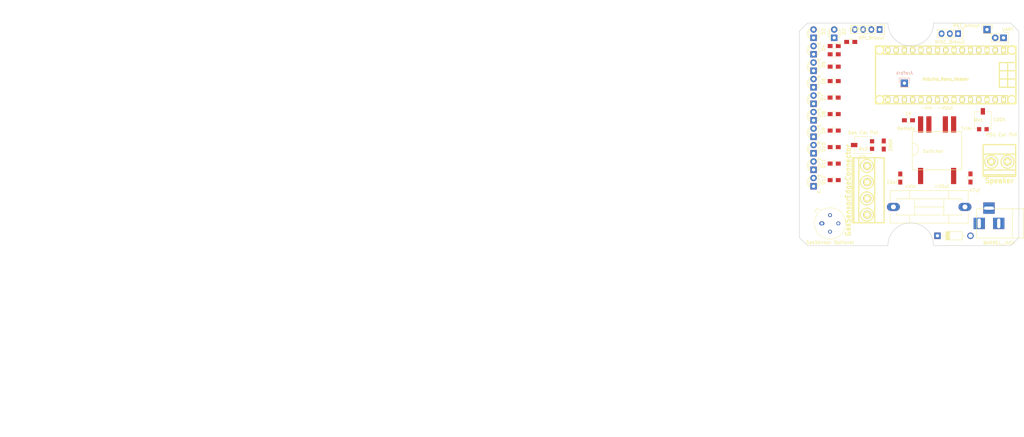
<source format=kicad_pcb>
(kicad_pcb (version 20171130) (host pcbnew 5.0.0-rc2)

  (general
    (thickness 1.6)
    (drawings 18)
    (tracks 0)
    (zones 0)
    (modules 41)
    (nets 49)
  )

  (page USLetter)
  (title_block
    (title "Project Title")
  )

  (layers
    (0 F.Cu signal)
    (31 B.Cu signal)
    (34 B.Paste user)
    (35 F.Paste user)
    (36 B.SilkS user)
    (37 F.SilkS user)
    (38 B.Mask user)
    (39 F.Mask user)
    (40 Dwgs.User user)
    (44 Edge.Cuts user)
    (46 B.CrtYd user)
    (47 F.CrtYd user)
    (48 B.Fab user)
    (49 F.Fab user)
  )

  (setup
    (last_trace_width 0.254)
    (user_trace_width 0.1524)
    (user_trace_width 0.254)
    (user_trace_width 0.3302)
    (user_trace_width 0.508)
    (user_trace_width 0.762)
    (user_trace_width 1.27)
    (trace_clearance 0.254)
    (zone_clearance 0.508)
    (zone_45_only no)
    (trace_min 0.1524)
    (segment_width 0.1524)
    (edge_width 0.1524)
    (via_size 0.6858)
    (via_drill 0.3302)
    (via_min_size 0.6858)
    (via_min_drill 0.3302)
    (user_via 0.6858 0.3302)
    (user_via 0.762 0.4064)
    (user_via 0.8636 0.508)
    (uvia_size 0.6858)
    (uvia_drill 0.3302)
    (uvias_allowed no)
    (uvia_min_size 0)
    (uvia_min_drill 0)
    (pcb_text_width 0.1524)
    (pcb_text_size 1.016 1.016)
    (mod_edge_width 0.1524)
    (mod_text_size 1.016 1.016)
    (mod_text_width 0.1524)
    (pad_size 1.6 5)
    (pad_drill 0)
    (pad_to_mask_clearance 0.0762)
    (solder_mask_min_width 0.1016)
    (pad_to_paste_clearance -0.0762)
    (aux_axis_origin 0 0)
    (visible_elements 7FFFFFFF)
    (pcbplotparams
      (layerselection 0x310fc_80000001)
      (usegerberextensions true)
      (usegerberattributes false)
      (usegerberadvancedattributes false)
      (creategerberjobfile false)
      (excludeedgelayer true)
      (linewidth 0.100000)
      (plotframeref false)
      (viasonmask false)
      (mode 1)
      (useauxorigin false)
      (hpglpennumber 1)
      (hpglpenspeed 20)
      (hpglpendiameter 15)
      (psnegative false)
      (psa4output false)
      (plotreference true)
      (plotvalue true)
      (plotinvisibletext false)
      (padsonsilk false)
      (subtractmaskfromsilk false)
      (outputformat 1)
      (mirror false)
      (drillshape 0)
      (scaleselection 1)
      (outputdirectory gerbers))
  )

  (net 0 "")
  (net 1 VCC)
  (net 2 GND)
  (net 3 /VOUT-)
  (net 4 /VOUT+)
  (net 5 +12V)
  (net 6 "Net-(D2-Pad1)")
  (net 7 "Net-(D3-Pad1)")
  (net 8 /A0)
  (net 9 /A1)
  (net 10 "Net-(D4-Pad1)")
  (net 11 "Net-(D5-Pad1)")
  (net 12 /A2)
  (net 13 "Net-(D6-Pad1)")
  (net 14 /A3)
  (net 15 /A4)
  (net 16 "Net-(D7-Pad1)")
  (net 17 /A5)
  (net 18 "Net-(D8-Pad1)")
  (net 19 /A6)
  (net 20 "Net-(D9-Pad1)")
  (net 21 /A7)
  (net 22 "Net-(D10-Pad1)")
  (net 23 "Net-(D11-Pad1)")
  (net 24 /D8)
  (net 25 "Net-(D12-Pad1)")
  (net 26 /D9)
  (net 27 /TX)
  (net 28 /RX)
  (net 29 "Net-(J1-Pad3)")
  (net 30 "Net-(J1-Pad5)")
  (net 31 /D3)
  (net 32 "Net-(J1-Pad7)")
  (net 33 "Net-(J1-Pad8)")
  (net 34 /D6)
  (net 35 /D7)
  (net 36 /SS)
  (net 37 /MOSI)
  (net 38 /MISO)
  (net 39 /SCK)
  (net 40 "Net-(J1-Pad17)")
  (net 41 "Net-(J1-Pad18)")
  (net 42 +5V)
  (net 43 "Net-(J1-Pad28)")
  (net 44 /TRIM)
  (net 45 /VSenseOut)
  (net 46 /REMOTE)
  (net 47 "Net-(R13-Pad2)")
  (net 48 "Net-(RV2-Pad2)")

  (net_class Default "This is the default net class."
    (clearance 0.254)
    (trace_width 0.254)
    (via_dia 0.6858)
    (via_drill 0.3302)
    (uvia_dia 0.6858)
    (uvia_drill 0.3302)
    (add_net +12V)
    (add_net +5V)
    (add_net /A0)
    (add_net /A1)
    (add_net /A2)
    (add_net /A3)
    (add_net /A4)
    (add_net /A5)
    (add_net /A6)
    (add_net /A7)
    (add_net /D3)
    (add_net /D6)
    (add_net /D7)
    (add_net /D8)
    (add_net /D9)
    (add_net /MISO)
    (add_net /MOSI)
    (add_net /REMOTE)
    (add_net /RX)
    (add_net /SCK)
    (add_net /SS)
    (add_net /TRIM)
    (add_net /TX)
    (add_net /VOUT+)
    (add_net /VOUT-)
    (add_net /VSenseOut)
    (add_net GND)
    (add_net "Net-(D10-Pad1)")
    (add_net "Net-(D11-Pad1)")
    (add_net "Net-(D12-Pad1)")
    (add_net "Net-(D2-Pad1)")
    (add_net "Net-(D3-Pad1)")
    (add_net "Net-(D4-Pad1)")
    (add_net "Net-(D5-Pad1)")
    (add_net "Net-(D6-Pad1)")
    (add_net "Net-(D7-Pad1)")
    (add_net "Net-(D8-Pad1)")
    (add_net "Net-(D9-Pad1)")
    (add_net "Net-(J1-Pad17)")
    (add_net "Net-(J1-Pad18)")
    (add_net "Net-(J1-Pad28)")
    (add_net "Net-(J1-Pad3)")
    (add_net "Net-(J1-Pad5)")
    (add_net "Net-(J1-Pad7)")
    (add_net "Net-(J1-Pad8)")
    (add_net "Net-(R13-Pad2)")
    (add_net "Net-(RV2-Pad2)")
    (add_net VCC)
  )

  (module Capacitors_SMD:C_0805_HandSoldering (layer F.Cu) (tedit 5CCA25B2) (tstamp 5CD9BD97)
    (at 129.54 107.95 90)
    (descr "Capacitor SMD 0805, hand soldering")
    (tags "capacitor 0805")
    (path /5CCA1F5B)
    (attr smd)
    (fp_text reference C1 (at 0 -2.1 90) (layer F.SilkS) hide
      (effects (font (size 1 1) (thickness 0.15)))
    )
    (fp_text value 10uf (at -1.27 -2.54 180) (layer F.SilkS)
      (effects (font (size 1 1) (thickness 0.15)))
    )
    (fp_line (start -1 0.625) (end -1 -0.625) (layer F.Fab) (width 0.15))
    (fp_line (start 1 0.625) (end -1 0.625) (layer F.Fab) (width 0.15))
    (fp_line (start 1 -0.625) (end 1 0.625) (layer F.Fab) (width 0.15))
    (fp_line (start -1 -0.625) (end 1 -0.625) (layer F.Fab) (width 0.15))
    (fp_line (start -2.3 -1) (end 2.3 -1) (layer F.CrtYd) (width 0.05))
    (fp_line (start -2.3 1) (end 2.3 1) (layer F.CrtYd) (width 0.05))
    (fp_line (start -2.3 -1) (end -2.3 1) (layer F.CrtYd) (width 0.05))
    (fp_line (start 2.3 -1) (end 2.3 1) (layer F.CrtYd) (width 0.05))
    (fp_line (start 0.5 -0.85) (end -0.5 -0.85) (layer F.SilkS) (width 0.15))
    (fp_line (start -0.5 0.85) (end 0.5 0.85) (layer F.SilkS) (width 0.15))
    (pad 1 smd rect (at -1.25 0 90) (size 1.5 1.25) (layers F.Cu F.Paste F.Mask)
      (net 1 VCC))
    (pad 2 smd rect (at 1.25 0 90) (size 1.5 1.25) (layers F.Cu F.Paste F.Mask)
      (net 2 GND))
    (model Capacitors_SMD.3dshapes/C_0805_HandSoldering.wrl
      (at (xyz 0 0 0))
      (scale (xyz 1 1 1))
      (rotate (xyz 0 0 0))
    )
  )

  (module Capacitors_SMD:C_0805_HandSoldering (layer F.Cu) (tedit 5CCA25D1) (tstamp 5CD9BDA7)
    (at 151.13 107.93 90)
    (descr "Capacitor SMD 0805, hand soldering")
    (tags "capacitor 0805")
    (path /5CCA237B)
    (attr smd)
    (fp_text reference C2 (at 0 -2.1 180) (layer F.SilkS) hide
      (effects (font (size 1 1) (thickness 0.15)))
    )
    (fp_text value 47uf (at -3.83 1.27 180) (layer F.SilkS)
      (effects (font (size 1 1) (thickness 0.15)))
    )
    (fp_line (start -0.5 0.85) (end 0.5 0.85) (layer F.SilkS) (width 0.15))
    (fp_line (start 0.5 -0.85) (end -0.5 -0.85) (layer F.SilkS) (width 0.15))
    (fp_line (start 2.3 -1) (end 2.3 1) (layer F.CrtYd) (width 0.05))
    (fp_line (start -2.3 -1) (end -2.3 1) (layer F.CrtYd) (width 0.05))
    (fp_line (start -2.3 1) (end 2.3 1) (layer F.CrtYd) (width 0.05))
    (fp_line (start -2.3 -1) (end 2.3 -1) (layer F.CrtYd) (width 0.05))
    (fp_line (start -1 -0.625) (end 1 -0.625) (layer F.Fab) (width 0.15))
    (fp_line (start 1 -0.625) (end 1 0.625) (layer F.Fab) (width 0.15))
    (fp_line (start 1 0.625) (end -1 0.625) (layer F.Fab) (width 0.15))
    (fp_line (start -1 0.625) (end -1 -0.625) (layer F.Fab) (width 0.15))
    (pad 2 smd rect (at 1.25 0 90) (size 1.5 1.25) (layers F.Cu F.Paste F.Mask)
      (net 3 /VOUT-))
    (pad 1 smd rect (at -1.25 0 90) (size 1.5 1.25) (layers F.Cu F.Paste F.Mask)
      (net 4 /VOUT+))
    (model Capacitors_SMD.3dshapes/C_0805_HandSoldering.wrl
      (at (xyz 0 0 0))
      (scale (xyz 1 1 1))
      (rotate (xyz 0 0 0))
    )
  )

  (module Connectors:BARREL_JACK (layer F.Cu) (tedit 5CCA257E) (tstamp 5CD9BDB3)
    (at 160.02 121.92 180)
    (descr "DC Barrel Jack")
    (tags "Power Jack")
    (path /5CC9FDCB)
    (fp_text reference CON1 (at 10.09904 0 270) (layer F.SilkS) hide
      (effects (font (size 1 1) (thickness 0.15)))
    )
    (fp_text value BARREL_JACK (at 0 -5.99948 180) (layer F.SilkS)
      (effects (font (size 1 1) (thickness 0.15)))
    )
    (fp_line (start -4.0005 -4.50088) (end -4.0005 4.50088) (layer F.SilkS) (width 0.15))
    (fp_line (start -7.50062 -4.50088) (end -7.50062 4.50088) (layer F.SilkS) (width 0.15))
    (fp_line (start -7.50062 4.50088) (end 7.00024 4.50088) (layer F.SilkS) (width 0.15))
    (fp_line (start 7.00024 4.50088) (end 7.00024 -4.50088) (layer F.SilkS) (width 0.15))
    (fp_line (start 7.00024 -4.50088) (end -7.50062 -4.50088) (layer F.SilkS) (width 0.15))
    (pad 1 thru_hole rect (at 6.20014 0 180) (size 3.50012 3.50012) (drill oval 1.00076 2.99974) (layers *.Cu *.Mask)
      (net 5 +12V))
    (pad 2 thru_hole rect (at 0.20066 0 180) (size 3.50012 3.50012) (drill oval 1.00076 2.99974) (layers *.Cu *.Mask)
      (net 2 GND))
    (pad 3 thru_hole rect (at 3.2004 4.699 180) (size 3.50012 3.50012) (drill oval 2.99974 1.00076) (layers *.Cu *.Mask)
      (net 2 GND))
  )

  (module Diodes_THT:Diode_DO-41_SOD81_Horizontal_RM10 (layer F.Cu) (tedit 5CCA257C) (tstamp 5CD9BDC7)
    (at 140.97 125.73)
    (descr "Diode, DO-41, SOD81, Horizontal, RM 10mm,")
    (tags "Diode, DO-41, SOD81, Horizontal, RM 10mm, 1N4007, SB140,")
    (path /5CCA3E2A)
    (fp_text reference D1 (at 5.38734 2.53746) (layer F.SilkS) hide
      (effects (font (size 1 1) (thickness 0.15)))
    )
    (fp_text value ReverseVoltageDiode (at 4.37134 -3.55854) (layer F.Fab)
      (effects (font (size 1 1) (thickness 0.15)))
    )
    (fp_line (start 7.62 -0.00254) (end 8.636 -0.00254) (layer F.SilkS) (width 0.15))
    (fp_line (start 2.794 -0.00254) (end 1.524 -0.00254) (layer F.SilkS) (width 0.15))
    (fp_line (start 3.048 -1.27254) (end 3.048 1.26746) (layer F.SilkS) (width 0.15))
    (fp_line (start 3.302 -1.27254) (end 3.302 1.26746) (layer F.SilkS) (width 0.15))
    (fp_line (start 3.556 -1.27254) (end 3.556 1.26746) (layer F.SilkS) (width 0.15))
    (fp_line (start 2.794 -1.27254) (end 2.794 1.26746) (layer F.SilkS) (width 0.15))
    (fp_line (start 3.81 -1.27254) (end 2.54 1.26746) (layer F.SilkS) (width 0.15))
    (fp_line (start 2.54 -1.27254) (end 3.81 1.26746) (layer F.SilkS) (width 0.15))
    (fp_line (start 3.81 -1.27254) (end 3.81 1.26746) (layer F.SilkS) (width 0.15))
    (fp_line (start 3.175 -1.27254) (end 3.175 1.26746) (layer F.SilkS) (width 0.15))
    (fp_line (start 2.54 1.26746) (end 2.54 -1.27254) (layer F.SilkS) (width 0.15))
    (fp_line (start 2.54 -1.27254) (end 7.62 -1.27254) (layer F.SilkS) (width 0.15))
    (fp_line (start 7.62 -1.27254) (end 7.62 1.26746) (layer F.SilkS) (width 0.15))
    (fp_line (start 7.62 1.26746) (end 2.54 1.26746) (layer F.SilkS) (width 0.15))
    (pad 2 thru_hole circle (at 10.16 -0.00254 180) (size 1.99898 1.99898) (drill 1.27) (layers *.Cu *.Mask)
      (net 2 GND))
    (pad 1 thru_hole rect (at 0 -0.00254 180) (size 1.99898 1.99898) (drill 1.00076) (layers *.Cu *.Mask)
      (net 1 VCC))
  )

  (module LEDs:LED-3MM (layer F.Cu) (tedit 5CCA242B) (tstamp 5CD9BDD8)
    (at 109.22 64.77 90)
    (descr "LED 3mm round vertical")
    (tags "LED  3mm round vertical")
    (path /5CCA7FCB)
    (fp_text reference D2 (at 1.91 3.06 90) (layer F.SilkS)
      (effects (font (size 1 1) (thickness 0.15)))
    )
    (fp_text value PWRLED (at 2.54 7.62 180) (layer F.SilkS)
      (effects (font (size 1 1) (thickness 0.15)))
    )
    (fp_line (start -1.2 2.3) (end 3.8 2.3) (layer F.CrtYd) (width 0.05))
    (fp_line (start 3.8 2.3) (end 3.8 -2.2) (layer F.CrtYd) (width 0.05))
    (fp_line (start 3.8 -2.2) (end -1.2 -2.2) (layer F.CrtYd) (width 0.05))
    (fp_line (start -1.2 -2.2) (end -1.2 2.3) (layer F.CrtYd) (width 0.05))
    (fp_line (start -0.199 1.314) (end -0.199 1.114) (layer F.SilkS) (width 0.15))
    (fp_line (start -0.199 -1.28) (end -0.199 -1.1) (layer F.SilkS) (width 0.15))
    (fp_arc (start 1.301 0.034) (end -0.199 -1.286) (angle 108.5) (layer F.SilkS) (width 0.15))
    (fp_arc (start 1.301 0.034) (end 0.25 -1.1) (angle 85.7) (layer F.SilkS) (width 0.15))
    (fp_arc (start 1.311 0.034) (end 3.051 0.994) (angle 110) (layer F.SilkS) (width 0.15))
    (fp_arc (start 1.301 0.034) (end 2.335 1.094) (angle 87.5) (layer F.SilkS) (width 0.15))
    (fp_text user K (at -1.69 1.74 90) (layer F.SilkS)
      (effects (font (size 1 1) (thickness 0.15)))
    )
    (pad 1 thru_hole rect (at 0 0 180) (size 2 2) (drill 1.00076) (layers *.Cu *.Mask)
      (net 6 "Net-(D2-Pad1)"))
    (pad 2 thru_hole circle (at 2.54 0 90) (size 2 2) (drill 1.00076) (layers *.Cu *.Mask)
      (net 1 VCC))
    (model LEDs.3dshapes/LED-3MM.wrl
      (offset (xyz 1.269999980926514 0 0))
      (scale (xyz 1 1 1))
      (rotate (xyz 0 0 90))
    )
  )

  (module LEDs:LED-3MM (layer F.Cu) (tedit 559B82F6) (tstamp 5CD9BDE9)
    (at 102.87 64.77 90)
    (descr "LED 3mm round vertical")
    (tags "LED  3mm round vertical")
    (path /5CCA4C40)
    (fp_text reference D3 (at 1.91 3.06 90) (layer F.SilkS)
      (effects (font (size 1 1) (thickness 0.15)))
    )
    (fp_text value LED (at 1.3 -2.9 90) (layer F.Fab)
      (effects (font (size 1 1) (thickness 0.15)))
    )
    (fp_line (start -1.2 2.3) (end 3.8 2.3) (layer F.CrtYd) (width 0.05))
    (fp_line (start 3.8 2.3) (end 3.8 -2.2) (layer F.CrtYd) (width 0.05))
    (fp_line (start 3.8 -2.2) (end -1.2 -2.2) (layer F.CrtYd) (width 0.05))
    (fp_line (start -1.2 -2.2) (end -1.2 2.3) (layer F.CrtYd) (width 0.05))
    (fp_line (start -0.199 1.314) (end -0.199 1.114) (layer F.SilkS) (width 0.15))
    (fp_line (start -0.199 -1.28) (end -0.199 -1.1) (layer F.SilkS) (width 0.15))
    (fp_arc (start 1.301 0.034) (end -0.199 -1.286) (angle 108.5) (layer F.SilkS) (width 0.15))
    (fp_arc (start 1.301 0.034) (end 0.25 -1.1) (angle 85.7) (layer F.SilkS) (width 0.15))
    (fp_arc (start 1.311 0.034) (end 3.051 0.994) (angle 110) (layer F.SilkS) (width 0.15))
    (fp_arc (start 1.301 0.034) (end 2.335 1.094) (angle 87.5) (layer F.SilkS) (width 0.15))
    (fp_text user K (at -1.69 1.74 90) (layer F.SilkS)
      (effects (font (size 1 1) (thickness 0.15)))
    )
    (pad 1 thru_hole rect (at 0 0 180) (size 2 2) (drill 1.00076) (layers *.Cu *.Mask)
      (net 7 "Net-(D3-Pad1)"))
    (pad 2 thru_hole circle (at 2.54 0 90) (size 2 2) (drill 1.00076) (layers *.Cu *.Mask)
      (net 8 /A0))
    (model LEDs.3dshapes/LED-3MM.wrl
      (offset (xyz 1.269999980926514 0 0))
      (scale (xyz 1 1 1))
      (rotate (xyz 0 0 90))
    )
  )

  (module LEDs:LED-3MM (layer F.Cu) (tedit 559B82F6) (tstamp 5CD9BDFA)
    (at 102.87 69.85 90)
    (descr "LED 3mm round vertical")
    (tags "LED  3mm round vertical")
    (path /5CCA4E2B)
    (fp_text reference D4 (at 1.91 3.06 90) (layer F.SilkS)
      (effects (font (size 1 1) (thickness 0.15)))
    )
    (fp_text value D (at 1.3 -2.9 90) (layer F.Fab)
      (effects (font (size 1 1) (thickness 0.15)))
    )
    (fp_text user K (at -1.69 1.74 90) (layer F.SilkS)
      (effects (font (size 1 1) (thickness 0.15)))
    )
    (fp_arc (start 1.301 0.034) (end 2.335 1.094) (angle 87.5) (layer F.SilkS) (width 0.15))
    (fp_arc (start 1.311 0.034) (end 3.051 0.994) (angle 110) (layer F.SilkS) (width 0.15))
    (fp_arc (start 1.301 0.034) (end 0.25 -1.1) (angle 85.7) (layer F.SilkS) (width 0.15))
    (fp_arc (start 1.301 0.034) (end -0.199 -1.286) (angle 108.5) (layer F.SilkS) (width 0.15))
    (fp_line (start -0.199 -1.28) (end -0.199 -1.1) (layer F.SilkS) (width 0.15))
    (fp_line (start -0.199 1.314) (end -0.199 1.114) (layer F.SilkS) (width 0.15))
    (fp_line (start -1.2 -2.2) (end -1.2 2.3) (layer F.CrtYd) (width 0.05))
    (fp_line (start 3.8 -2.2) (end -1.2 -2.2) (layer F.CrtYd) (width 0.05))
    (fp_line (start 3.8 2.3) (end 3.8 -2.2) (layer F.CrtYd) (width 0.05))
    (fp_line (start -1.2 2.3) (end 3.8 2.3) (layer F.CrtYd) (width 0.05))
    (pad 2 thru_hole circle (at 2.54 0 90) (size 2 2) (drill 1.00076) (layers *.Cu *.Mask)
      (net 9 /A1))
    (pad 1 thru_hole rect (at 0 0 180) (size 2 2) (drill 1.00076) (layers *.Cu *.Mask)
      (net 10 "Net-(D4-Pad1)"))
    (model LEDs.3dshapes/LED-3MM.wrl
      (offset (xyz 1.269999980926514 0 0))
      (scale (xyz 1 1 1))
      (rotate (xyz 0 0 90))
    )
  )

  (module LEDs:LED-3MM (layer F.Cu) (tedit 559B82F6) (tstamp 5CD9BE0B)
    (at 102.87 74.93 90)
    (descr "LED 3mm round vertical")
    (tags "LED  3mm round vertical")
    (path /5CCA572B)
    (fp_text reference D5 (at 1.91 3.06 90) (layer F.SilkS)
      (effects (font (size 1 1) (thickness 0.15)))
    )
    (fp_text value LED (at 1.3 -2.9 90) (layer F.Fab)
      (effects (font (size 1 1) (thickness 0.15)))
    )
    (fp_line (start -1.2 2.3) (end 3.8 2.3) (layer F.CrtYd) (width 0.05))
    (fp_line (start 3.8 2.3) (end 3.8 -2.2) (layer F.CrtYd) (width 0.05))
    (fp_line (start 3.8 -2.2) (end -1.2 -2.2) (layer F.CrtYd) (width 0.05))
    (fp_line (start -1.2 -2.2) (end -1.2 2.3) (layer F.CrtYd) (width 0.05))
    (fp_line (start -0.199 1.314) (end -0.199 1.114) (layer F.SilkS) (width 0.15))
    (fp_line (start -0.199 -1.28) (end -0.199 -1.1) (layer F.SilkS) (width 0.15))
    (fp_arc (start 1.301 0.034) (end -0.199 -1.286) (angle 108.5) (layer F.SilkS) (width 0.15))
    (fp_arc (start 1.301 0.034) (end 0.25 -1.1) (angle 85.7) (layer F.SilkS) (width 0.15))
    (fp_arc (start 1.311 0.034) (end 3.051 0.994) (angle 110) (layer F.SilkS) (width 0.15))
    (fp_arc (start 1.301 0.034) (end 2.335 1.094) (angle 87.5) (layer F.SilkS) (width 0.15))
    (fp_text user K (at -1.69 1.74 90) (layer F.SilkS)
      (effects (font (size 1 1) (thickness 0.15)))
    )
    (pad 1 thru_hole rect (at 0 0 180) (size 2 2) (drill 1.00076) (layers *.Cu *.Mask)
      (net 11 "Net-(D5-Pad1)"))
    (pad 2 thru_hole circle (at 2.54 0 90) (size 2 2) (drill 1.00076) (layers *.Cu *.Mask)
      (net 12 /A2))
    (model LEDs.3dshapes/LED-3MM.wrl
      (offset (xyz 1.269999980926514 0 0))
      (scale (xyz 1 1 1))
      (rotate (xyz 0 0 90))
    )
  )

  (module LEDs:LED-3MM (layer F.Cu) (tedit 559B82F6) (tstamp 5CD9BE1C)
    (at 102.87 80.01 90)
    (descr "LED 3mm round vertical")
    (tags "LED  3mm round vertical")
    (path /5CCA5737)
    (fp_text reference D6 (at 1.91 3.06 90) (layer F.SilkS)
      (effects (font (size 1 1) (thickness 0.15)))
    )
    (fp_text value D (at 1.3 -2.9 90) (layer F.Fab)
      (effects (font (size 1 1) (thickness 0.15)))
    )
    (fp_line (start -1.2 2.3) (end 3.8 2.3) (layer F.CrtYd) (width 0.05))
    (fp_line (start 3.8 2.3) (end 3.8 -2.2) (layer F.CrtYd) (width 0.05))
    (fp_line (start 3.8 -2.2) (end -1.2 -2.2) (layer F.CrtYd) (width 0.05))
    (fp_line (start -1.2 -2.2) (end -1.2 2.3) (layer F.CrtYd) (width 0.05))
    (fp_line (start -0.199 1.314) (end -0.199 1.114) (layer F.SilkS) (width 0.15))
    (fp_line (start -0.199 -1.28) (end -0.199 -1.1) (layer F.SilkS) (width 0.15))
    (fp_arc (start 1.301 0.034) (end -0.199 -1.286) (angle 108.5) (layer F.SilkS) (width 0.15))
    (fp_arc (start 1.301 0.034) (end 0.25 -1.1) (angle 85.7) (layer F.SilkS) (width 0.15))
    (fp_arc (start 1.311 0.034) (end 3.051 0.994) (angle 110) (layer F.SilkS) (width 0.15))
    (fp_arc (start 1.301 0.034) (end 2.335 1.094) (angle 87.5) (layer F.SilkS) (width 0.15))
    (fp_text user K (at -1.69 1.74 90) (layer F.SilkS)
      (effects (font (size 1 1) (thickness 0.15)))
    )
    (pad 1 thru_hole rect (at 0 0 180) (size 2 2) (drill 1.00076) (layers *.Cu *.Mask)
      (net 13 "Net-(D6-Pad1)"))
    (pad 2 thru_hole circle (at 2.54 0 90) (size 2 2) (drill 1.00076) (layers *.Cu *.Mask)
      (net 14 /A3))
    (model LEDs.3dshapes/LED-3MM.wrl
      (offset (xyz 1.269999980926514 0 0))
      (scale (xyz 1 1 1))
      (rotate (xyz 0 0 90))
    )
  )

  (module LEDs:LED-3MM (layer F.Cu) (tedit 559B82F6) (tstamp 5CD9BE2D)
    (at 102.87 85.09 90)
    (descr "LED 3mm round vertical")
    (tags "LED  3mm round vertical")
    (path /5CCA5BE1)
    (fp_text reference D7 (at 1.91 3.06 90) (layer F.SilkS)
      (effects (font (size 1 1) (thickness 0.15)))
    )
    (fp_text value LED (at 1.3 -2.9 90) (layer F.Fab)
      (effects (font (size 1 1) (thickness 0.15)))
    )
    (fp_text user K (at -1.69 1.74 90) (layer F.SilkS)
      (effects (font (size 1 1) (thickness 0.15)))
    )
    (fp_arc (start 1.301 0.034) (end 2.335 1.094) (angle 87.5) (layer F.SilkS) (width 0.15))
    (fp_arc (start 1.311 0.034) (end 3.051 0.994) (angle 110) (layer F.SilkS) (width 0.15))
    (fp_arc (start 1.301 0.034) (end 0.25 -1.1) (angle 85.7) (layer F.SilkS) (width 0.15))
    (fp_arc (start 1.301 0.034) (end -0.199 -1.286) (angle 108.5) (layer F.SilkS) (width 0.15))
    (fp_line (start -0.199 -1.28) (end -0.199 -1.1) (layer F.SilkS) (width 0.15))
    (fp_line (start -0.199 1.314) (end -0.199 1.114) (layer F.SilkS) (width 0.15))
    (fp_line (start -1.2 -2.2) (end -1.2 2.3) (layer F.CrtYd) (width 0.05))
    (fp_line (start 3.8 -2.2) (end -1.2 -2.2) (layer F.CrtYd) (width 0.05))
    (fp_line (start 3.8 2.3) (end 3.8 -2.2) (layer F.CrtYd) (width 0.05))
    (fp_line (start -1.2 2.3) (end 3.8 2.3) (layer F.CrtYd) (width 0.05))
    (pad 2 thru_hole circle (at 2.54 0 90) (size 2 2) (drill 1.00076) (layers *.Cu *.Mask)
      (net 15 /A4))
    (pad 1 thru_hole rect (at 0 0 180) (size 2 2) (drill 1.00076) (layers *.Cu *.Mask)
      (net 16 "Net-(D7-Pad1)"))
    (model LEDs.3dshapes/LED-3MM.wrl
      (offset (xyz 1.269999980926514 0 0))
      (scale (xyz 1 1 1))
      (rotate (xyz 0 0 90))
    )
  )

  (module LEDs:LED-3MM (layer F.Cu) (tedit 559B82F6) (tstamp 5CD9BE3E)
    (at 102.87 90.17 90)
    (descr "LED 3mm round vertical")
    (tags "LED  3mm round vertical")
    (path /5CCA5BED)
    (fp_text reference D8 (at 1.91 3.06 90) (layer F.SilkS)
      (effects (font (size 1 1) (thickness 0.15)))
    )
    (fp_text value D (at 1.3 -2.9 90) (layer F.Fab)
      (effects (font (size 1 1) (thickness 0.15)))
    )
    (fp_text user K (at -1.69 1.74 90) (layer F.SilkS)
      (effects (font (size 1 1) (thickness 0.15)))
    )
    (fp_arc (start 1.301 0.034) (end 2.335 1.094) (angle 87.5) (layer F.SilkS) (width 0.15))
    (fp_arc (start 1.311 0.034) (end 3.051 0.994) (angle 110) (layer F.SilkS) (width 0.15))
    (fp_arc (start 1.301 0.034) (end 0.25 -1.1) (angle 85.7) (layer F.SilkS) (width 0.15))
    (fp_arc (start 1.301 0.034) (end -0.199 -1.286) (angle 108.5) (layer F.SilkS) (width 0.15))
    (fp_line (start -0.199 -1.28) (end -0.199 -1.1) (layer F.SilkS) (width 0.15))
    (fp_line (start -0.199 1.314) (end -0.199 1.114) (layer F.SilkS) (width 0.15))
    (fp_line (start -1.2 -2.2) (end -1.2 2.3) (layer F.CrtYd) (width 0.05))
    (fp_line (start 3.8 -2.2) (end -1.2 -2.2) (layer F.CrtYd) (width 0.05))
    (fp_line (start 3.8 2.3) (end 3.8 -2.2) (layer F.CrtYd) (width 0.05))
    (fp_line (start -1.2 2.3) (end 3.8 2.3) (layer F.CrtYd) (width 0.05))
    (pad 2 thru_hole circle (at 2.54 0 90) (size 2 2) (drill 1.00076) (layers *.Cu *.Mask)
      (net 17 /A5))
    (pad 1 thru_hole rect (at 0 0 180) (size 2 2) (drill 1.00076) (layers *.Cu *.Mask)
      (net 18 "Net-(D8-Pad1)"))
    (model LEDs.3dshapes/LED-3MM.wrl
      (offset (xyz 1.269999980926514 0 0))
      (scale (xyz 1 1 1))
      (rotate (xyz 0 0 90))
    )
  )

  (module LEDs:LED-3MM (layer F.Cu) (tedit 559B82F6) (tstamp 5CD9BE4F)
    (at 102.87 95.25 90)
    (descr "LED 3mm round vertical")
    (tags "LED  3mm round vertical")
    (path /5CCA5BF9)
    (fp_text reference D9 (at 1.91 3.06 90) (layer F.SilkS)
      (effects (font (size 1 1) (thickness 0.15)))
    )
    (fp_text value LED (at 1.3 -2.9 90) (layer F.Fab)
      (effects (font (size 1 1) (thickness 0.15)))
    )
    (fp_text user K (at -1.69 1.74 90) (layer F.SilkS)
      (effects (font (size 1 1) (thickness 0.15)))
    )
    (fp_arc (start 1.301 0.034) (end 2.335 1.094) (angle 87.5) (layer F.SilkS) (width 0.15))
    (fp_arc (start 1.311 0.034) (end 3.051 0.994) (angle 110) (layer F.SilkS) (width 0.15))
    (fp_arc (start 1.301 0.034) (end 0.25 -1.1) (angle 85.7) (layer F.SilkS) (width 0.15))
    (fp_arc (start 1.301 0.034) (end -0.199 -1.286) (angle 108.5) (layer F.SilkS) (width 0.15))
    (fp_line (start -0.199 -1.28) (end -0.199 -1.1) (layer F.SilkS) (width 0.15))
    (fp_line (start -0.199 1.314) (end -0.199 1.114) (layer F.SilkS) (width 0.15))
    (fp_line (start -1.2 -2.2) (end -1.2 2.3) (layer F.CrtYd) (width 0.05))
    (fp_line (start 3.8 -2.2) (end -1.2 -2.2) (layer F.CrtYd) (width 0.05))
    (fp_line (start 3.8 2.3) (end 3.8 -2.2) (layer F.CrtYd) (width 0.05))
    (fp_line (start -1.2 2.3) (end 3.8 2.3) (layer F.CrtYd) (width 0.05))
    (pad 2 thru_hole circle (at 2.54 0 90) (size 2 2) (drill 1.00076) (layers *.Cu *.Mask)
      (net 19 /A6))
    (pad 1 thru_hole rect (at 0 0 180) (size 2 2) (drill 1.00076) (layers *.Cu *.Mask)
      (net 20 "Net-(D9-Pad1)"))
    (model LEDs.3dshapes/LED-3MM.wrl
      (offset (xyz 1.269999980926514 0 0))
      (scale (xyz 1 1 1))
      (rotate (xyz 0 0 90))
    )
  )

  (module LEDs:LED-3MM (layer F.Cu) (tedit 559B82F6) (tstamp 5CD9BE60)
    (at 102.87 100.33 90)
    (descr "LED 3mm round vertical")
    (tags "LED  3mm round vertical")
    (path /5CCA5C05)
    (fp_text reference D10 (at 1.91 3.06 90) (layer F.SilkS)
      (effects (font (size 1 1) (thickness 0.15)))
    )
    (fp_text value D (at 1.3 -2.9 90) (layer F.Fab)
      (effects (font (size 1 1) (thickness 0.15)))
    )
    (fp_text user K (at -1.69 1.74 90) (layer F.SilkS)
      (effects (font (size 1 1) (thickness 0.15)))
    )
    (fp_arc (start 1.301 0.034) (end 2.335 1.094) (angle 87.5) (layer F.SilkS) (width 0.15))
    (fp_arc (start 1.311 0.034) (end 3.051 0.994) (angle 110) (layer F.SilkS) (width 0.15))
    (fp_arc (start 1.301 0.034) (end 0.25 -1.1) (angle 85.7) (layer F.SilkS) (width 0.15))
    (fp_arc (start 1.301 0.034) (end -0.199 -1.286) (angle 108.5) (layer F.SilkS) (width 0.15))
    (fp_line (start -0.199 -1.28) (end -0.199 -1.1) (layer F.SilkS) (width 0.15))
    (fp_line (start -0.199 1.314) (end -0.199 1.114) (layer F.SilkS) (width 0.15))
    (fp_line (start -1.2 -2.2) (end -1.2 2.3) (layer F.CrtYd) (width 0.05))
    (fp_line (start 3.8 -2.2) (end -1.2 -2.2) (layer F.CrtYd) (width 0.05))
    (fp_line (start 3.8 2.3) (end 3.8 -2.2) (layer F.CrtYd) (width 0.05))
    (fp_line (start -1.2 2.3) (end 3.8 2.3) (layer F.CrtYd) (width 0.05))
    (pad 2 thru_hole circle (at 2.54 0 90) (size 2 2) (drill 1.00076) (layers *.Cu *.Mask)
      (net 21 /A7))
    (pad 1 thru_hole rect (at 0 0 180) (size 2 2) (drill 1.00076) (layers *.Cu *.Mask)
      (net 22 "Net-(D10-Pad1)"))
    (model LEDs.3dshapes/LED-3MM.wrl
      (offset (xyz 1.269999980926514 0 0))
      (scale (xyz 1 1 1))
      (rotate (xyz 0 0 90))
    )
  )

  (module LEDs:LED-3MM (layer F.Cu) (tedit 559B82F6) (tstamp 5CD9BE71)
    (at 102.87 105.41 90)
    (descr "LED 3mm round vertical")
    (tags "LED  3mm round vertical")
    (path /5CCA6446)
    (fp_text reference D11 (at 1.91 3.06 90) (layer F.SilkS)
      (effects (font (size 1 1) (thickness 0.15)))
    )
    (fp_text value LED (at 1.3 -2.9 90) (layer F.Fab)
      (effects (font (size 1 1) (thickness 0.15)))
    )
    (fp_line (start -1.2 2.3) (end 3.8 2.3) (layer F.CrtYd) (width 0.05))
    (fp_line (start 3.8 2.3) (end 3.8 -2.2) (layer F.CrtYd) (width 0.05))
    (fp_line (start 3.8 -2.2) (end -1.2 -2.2) (layer F.CrtYd) (width 0.05))
    (fp_line (start -1.2 -2.2) (end -1.2 2.3) (layer F.CrtYd) (width 0.05))
    (fp_line (start -0.199 1.314) (end -0.199 1.114) (layer F.SilkS) (width 0.15))
    (fp_line (start -0.199 -1.28) (end -0.199 -1.1) (layer F.SilkS) (width 0.15))
    (fp_arc (start 1.301 0.034) (end -0.199 -1.286) (angle 108.5) (layer F.SilkS) (width 0.15))
    (fp_arc (start 1.301 0.034) (end 0.25 -1.1) (angle 85.7) (layer F.SilkS) (width 0.15))
    (fp_arc (start 1.311 0.034) (end 3.051 0.994) (angle 110) (layer F.SilkS) (width 0.15))
    (fp_arc (start 1.301 0.034) (end 2.335 1.094) (angle 87.5) (layer F.SilkS) (width 0.15))
    (fp_text user K (at -1.69 1.74 90) (layer F.SilkS)
      (effects (font (size 1 1) (thickness 0.15)))
    )
    (pad 1 thru_hole rect (at 0 0 180) (size 2 2) (drill 1.00076) (layers *.Cu *.Mask)
      (net 23 "Net-(D11-Pad1)"))
    (pad 2 thru_hole circle (at 2.54 0 90) (size 2 2) (drill 1.00076) (layers *.Cu *.Mask)
      (net 24 /D8))
    (model LEDs.3dshapes/LED-3MM.wrl
      (offset (xyz 1.269999980926514 0 0))
      (scale (xyz 1 1 1))
      (rotate (xyz 0 0 90))
    )
  )

  (module LEDs:LED-3MM (layer F.Cu) (tedit 559B82F6) (tstamp 5CD9BE82)
    (at 102.87 110.49 90)
    (descr "LED 3mm round vertical")
    (tags "LED  3mm round vertical")
    (path /5CCA6452)
    (fp_text reference D12 (at 1.91 3.06 90) (layer F.SilkS)
      (effects (font (size 1 1) (thickness 0.15)))
    )
    (fp_text value D (at 1.3 -2.9 90) (layer F.Fab)
      (effects (font (size 1 1) (thickness 0.15)))
    )
    (fp_line (start -1.2 2.3) (end 3.8 2.3) (layer F.CrtYd) (width 0.05))
    (fp_line (start 3.8 2.3) (end 3.8 -2.2) (layer F.CrtYd) (width 0.05))
    (fp_line (start 3.8 -2.2) (end -1.2 -2.2) (layer F.CrtYd) (width 0.05))
    (fp_line (start -1.2 -2.2) (end -1.2 2.3) (layer F.CrtYd) (width 0.05))
    (fp_line (start -0.199 1.314) (end -0.199 1.114) (layer F.SilkS) (width 0.15))
    (fp_line (start -0.199 -1.28) (end -0.199 -1.1) (layer F.SilkS) (width 0.15))
    (fp_arc (start 1.301 0.034) (end -0.199 -1.286) (angle 108.5) (layer F.SilkS) (width 0.15))
    (fp_arc (start 1.301 0.034) (end 0.25 -1.1) (angle 85.7) (layer F.SilkS) (width 0.15))
    (fp_arc (start 1.311 0.034) (end 3.051 0.994) (angle 110) (layer F.SilkS) (width 0.15))
    (fp_arc (start 1.301 0.034) (end 2.335 1.094) (angle 87.5) (layer F.SilkS) (width 0.15))
    (fp_text user K (at -1.69 1.74 90) (layer F.SilkS)
      (effects (font (size 1 1) (thickness 0.15)))
    )
    (pad 1 thru_hole rect (at 0 0 180) (size 2 2) (drill 1.00076) (layers *.Cu *.Mask)
      (net 25 "Net-(D12-Pad1)"))
    (pad 2 thru_hole circle (at 2.54 0 90) (size 2 2) (drill 1.00076) (layers *.Cu *.Mask)
      (net 26 /D9))
    (model LEDs.3dshapes/LED-3MM.wrl
      (offset (xyz 1.269999980926514 0 0))
      (scale (xyz 1 1 1))
      (rotate (xyz 0 0 90))
    )
  )

  (module Fuse_Holders_and_Fuses:Fuseholder5x20_horiz_SemiClosed_Casing10x25mm (layer F.Cu) (tedit 5CCA2581) (tstamp 5CD9BE9B)
    (at 138.43 116.84)
    (descr "Fuseholder, 5x20, Semi closed, horizontal, Casing 10x25mm,")
    (tags "Fuseholder, 5x20, Semi closed, horizontal, Casing 10x25mm, Sicherungshalter, halbgeschlossen,")
    (path /5CCA2D4F)
    (fp_text reference F1 (at 0 -7.62) (layer F.SilkS) hide
      (effects (font (size 1 1) (thickness 0.15)))
    )
    (fp_text value Fuse (at 1.27 7.62) (layer F.Fab)
      (effects (font (size 1 1) (thickness 0.15)))
    )
    (fp_line (start -5.99948 -2.49936) (end -5.99948 -5.00126) (layer F.SilkS) (width 0.15))
    (fp_line (start -5.99948 5.00126) (end -5.99948 2.49936) (layer F.SilkS) (width 0.15))
    (fp_line (start 5.99948 5.00126) (end 5.99948 2.49936) (layer F.SilkS) (width 0.15))
    (fp_line (start 5.99948 -5.00126) (end 5.99948 -2.49936) (layer F.SilkS) (width 0.15))
    (fp_line (start -4.50088 0) (end 4.50088 0) (layer F.SilkS) (width 0.15))
    (fp_line (start -4.50088 -2.49936) (end -4.50088 2.49936) (layer F.SilkS) (width 0.15))
    (fp_line (start 4.50088 -2.49936) (end 4.50088 2.49936) (layer F.SilkS) (width 0.15))
    (fp_line (start 9.99998 -1.89992) (end 9.99998 -2.49936) (layer F.SilkS) (width 0.15))
    (fp_line (start -9.99998 1.89992) (end -9.99998 2.49936) (layer F.SilkS) (width 0.15))
    (fp_line (start -9.99998 2.49936) (end 9.99998 2.49936) (layer F.SilkS) (width 0.15))
    (fp_line (start 9.99998 2.49936) (end 9.99998 1.89992) (layer F.SilkS) (width 0.15))
    (fp_line (start 9.99998 -2.49936) (end -9.99998 -2.49936) (layer F.SilkS) (width 0.15))
    (fp_line (start -9.99998 -2.49936) (end -9.99998 -1.89992) (layer F.SilkS) (width 0.15))
    (fp_line (start 11.99896 -1.89992) (end 11.99896 -5.00126) (layer F.SilkS) (width 0.15))
    (fp_line (start -11.99896 1.89992) (end -11.99896 5.00126) (layer F.SilkS) (width 0.15))
    (fp_line (start -11.99896 5.00126) (end 11.99896 5.00126) (layer F.SilkS) (width 0.15))
    (fp_line (start 11.99896 5.00126) (end 11.99896 1.89992) (layer F.SilkS) (width 0.15))
    (fp_line (start 11.99896 -5.00126) (end -11.99896 -5.00126) (layer F.SilkS) (width 0.15))
    (fp_line (start -11.99896 -5.00126) (end -11.99896 -1.89992) (layer F.SilkS) (width 0.15))
    (pad 2 thru_hole oval (at 11.00074 0 270) (size 2.49936 4.0005) (drill 1.50114) (layers *.Cu *.Mask)
      (net 5 +12V))
    (pad 1 thru_hole oval (at -11.00074 0 270) (size 2.49936 4.0005) (drill 1.50114) (layers *.Cu *.Mask)
      (net 1 VCC))
  )

  (module w_conn_misc:arduino_nano_header (layer F.Cu) (tedit 5CCA2685) (tstamp 5CD9BED1)
    (at 143.51 76.2 180)
    (descr "Arduino Nano Header")
    (tags Arduino)
    (path /5CC9FA3E)
    (fp_text reference J1 (at 0 1.27 180) (layer F.SilkS) hide
      (effects (font (size 1.016 1.016) (thickness 0.2032)))
    )
    (fp_text value Arduino_Nano_Header (at 0 -1.27 180) (layer F.SilkS)
      (effects (font (size 1.016 0.889) (thickness 0.2032)))
    )
    (fp_line (start -16.51 -1.27) (end -21.59 -1.27) (layer F.SilkS) (width 0.381))
    (fp_line (start -16.51 1.27) (end -21.59 1.27) (layer F.SilkS) (width 0.381))
    (fp_line (start -19.05 -3.81) (end -19.05 3.81) (layer F.SilkS) (width 0.381))
    (fp_line (start -21.59 -3.81) (end -16.51 -3.81) (layer F.SilkS) (width 0.381))
    (fp_line (start -16.51 -3.81) (end -16.51 3.81) (layer F.SilkS) (width 0.381))
    (fp_line (start -16.51 3.81) (end -21.59 3.81) (layer F.SilkS) (width 0.381))
    (fp_line (start 21.59 -8.89) (end -21.59 -8.89) (layer F.SilkS) (width 0.381))
    (fp_line (start -21.59 8.89) (end 21.59 8.89) (layer F.SilkS) (width 0.381))
    (fp_line (start -21.59 8.89) (end -21.59 -8.89) (layer F.SilkS) (width 0.381))
    (fp_line (start 21.59 8.89) (end 21.59 -8.89) (layer F.SilkS) (width 0.381))
    (fp_circle (center -20.32 -7.62) (end -21.59 -7.62) (layer F.SilkS) (width 0.381))
    (fp_circle (center -20.32 7.62) (end -21.59 7.62) (layer F.SilkS) (width 0.381))
    (fp_circle (center 20.32 -7.62) (end 21.59 -7.62) (layer F.SilkS) (width 0.381))
    (fp_circle (center 20.32 7.62) (end 21.59 7.62) (layer F.SilkS) (width 0.381))
    (fp_line (start 19.05 -6.35) (end -19.05 -6.35) (layer F.SilkS) (width 0.381))
    (fp_line (start -19.05 6.35) (end 19.05 6.35) (layer F.SilkS) (width 0.381))
    (fp_line (start 19.05 8.89) (end 19.05 6.35) (layer F.SilkS) (width 0.381))
    (fp_line (start 19.05 -6.35) (end 19.05 -8.89) (layer F.SilkS) (width 0.381))
    (fp_line (start -19.05 -8.89) (end -19.05 -6.35) (layer F.SilkS) (width 0.381))
    (fp_line (start -19.05 8.89) (end -19.05 6.35) (layer F.SilkS) (width 0.381))
    (pad 1 thru_hole oval (at -17.78 7.62 180) (size 1.524 2.19964) (drill 1.00076) (layers *.Cu *.Mask F.SilkS)
      (net 27 /TX))
    (pad 2 thru_hole oval (at -15.24 7.62 180) (size 1.524 2.19964) (drill 1.00076) (layers *.Cu *.Mask F.SilkS)
      (net 28 /RX))
    (pad 3 thru_hole oval (at -12.7 7.62 180) (size 1.524 2.19964) (drill 1.00076) (layers *.Cu *.Mask F.SilkS)
      (net 29 "Net-(J1-Pad3)"))
    (pad 4 thru_hole oval (at -10.16 7.62 180) (size 1.524 2.19964) (drill 1.00076) (layers *.Cu *.Mask F.SilkS)
      (net 2 GND))
    (pad 5 thru_hole oval (at -7.62 7.62 180) (size 1.524 2.19964) (drill 1.00076) (layers *.Cu *.Mask F.SilkS)
      (net 30 "Net-(J1-Pad5)"))
    (pad 6 thru_hole oval (at -5.08 7.62 180) (size 1.524 2.19964) (drill 1.00076) (layers *.Cu *.Mask F.SilkS)
      (net 31 /D3))
    (pad 7 thru_hole oval (at -2.54 7.62 180) (size 1.524 2.19964) (drill 1.00076) (layers *.Cu *.Mask F.SilkS)
      (net 32 "Net-(J1-Pad7)"))
    (pad 8 thru_hole oval (at 0 7.62 180) (size 1.524 2.19964) (drill 1.00076) (layers *.Cu *.Mask F.SilkS)
      (net 33 "Net-(J1-Pad8)"))
    (pad 9 thru_hole oval (at 2.54 7.62 180) (size 1.524 2.19964) (drill 1.00076) (layers *.Cu *.Mask F.SilkS)
      (net 34 /D6))
    (pad 10 thru_hole oval (at 5.08 7.62 180) (size 1.524 2.19964) (drill 1.00076) (layers *.Cu *.Mask F.SilkS)
      (net 35 /D7))
    (pad 11 thru_hole oval (at 7.62 7.62 180) (size 1.524 2.19964) (drill 1.00076) (layers *.Cu *.Mask F.SilkS)
      (net 24 /D8))
    (pad 12 thru_hole oval (at 10.16 7.62 180) (size 1.524 2.19964) (drill 1.00076) (layers *.Cu *.Mask F.SilkS)
      (net 26 /D9))
    (pad 13 thru_hole oval (at 12.7 7.62 180) (size 1.524 2.19964) (drill 1.00076) (layers *.Cu *.Mask F.SilkS)
      (net 36 /SS))
    (pad 14 thru_hole oval (at 15.24 7.62 180) (size 1.524 2.19964) (drill 1.00076) (layers *.Cu *.Mask F.SilkS)
      (net 37 /MOSI))
    (pad 15 thru_hole oval (at 17.78 7.62 180) (size 1.524 2.19964) (drill 1.00076) (layers *.Cu *.Mask F.SilkS)
      (net 38 /MISO))
    (pad 16 thru_hole oval (at 17.78 -7.62 180) (size 1.524 2.19964) (drill 1.00076) (layers *.Cu *.Mask F.SilkS)
      (net 39 /SCK))
    (pad 17 thru_hole oval (at 15.24 -7.62 180) (size 1.524 2.19964) (drill 1.00076) (layers *.Cu *.Mask F.SilkS)
      (net 40 "Net-(J1-Pad17)"))
    (pad 18 thru_hole oval (at 12.7 -7.62 180) (size 1.524 2.19964) (drill 1.00076) (layers *.Cu *.Mask F.SilkS)
      (net 41 "Net-(J1-Pad18)"))
    (pad 19 thru_hole oval (at 10.16 -7.62 180) (size 1.524 2.19964) (drill 1.00076) (layers *.Cu *.Mask F.SilkS)
      (net 8 /A0))
    (pad 20 thru_hole oval (at 7.62 -7.62 180) (size 1.524 2.1971) (drill 1.00076) (layers *.Cu *.Mask F.SilkS)
      (net 9 /A1))
    (pad 21 thru_hole oval (at 5.08 -7.62 180) (size 1.524 2.1971) (drill 1.00076) (layers *.Cu *.Mask F.SilkS)
      (net 12 /A2))
    (pad 22 thru_hole oval (at 2.54 -7.62 180) (size 1.524 2.1971) (drill 1.00076) (layers *.Cu *.Mask F.SilkS)
      (net 14 /A3))
    (pad 23 thru_hole oval (at 0 -7.62 180) (size 1.524 2.1971) (drill 1.00076) (layers *.Cu *.Mask F.SilkS)
      (net 15 /A4))
    (pad 24 thru_hole oval (at -2.54 -7.62 180) (size 1.524 2.1971) (drill 0.99822) (layers *.Cu *.Mask F.SilkS)
      (net 17 /A5))
    (pad 25 thru_hole oval (at -5.08 -7.62 180) (size 1.524 2.1971) (drill 0.99822) (layers *.Cu *.Mask F.SilkS)
      (net 19 /A6))
    (pad 26 thru_hole oval (at -7.62 -7.62 180) (size 1.524 2.1971) (drill 0.99822) (layers *.Cu *.Mask F.SilkS)
      (net 21 /A7))
    (pad 27 thru_hole oval (at -10.16 -7.62 180) (size 1.524 2.1971) (drill 0.99822) (layers *.Cu *.Mask F.SilkS)
      (net 42 +5V))
    (pad 28 thru_hole oval (at -12.7 -7.62 180) (size 1.524 2.1971) (drill 0.99822) (layers *.Cu *.Mask F.SilkS)
      (net 43 "Net-(J1-Pad28)"))
    (pad 29 thru_hole oval (at -15.24 -7.62 180) (size 1.524 2.1971) (drill 0.99822) (layers *.Cu *.Mask F.SilkS)
      (net 2 GND))
    (pad 30 thru_hole oval (at -17.78 -7.62 180) (size 1.524 2.1971) (drill 0.99822) (layers *.Cu *.Mask F.SilkS)
      (net 1 VCC))
    (model walter/conn_misc/arduino_nano_header.wrl
      (at (xyz 0 0 0))
      (scale (xyz 1 1 1))
      (rotate (xyz 0 0 0))
    )
  )

  (module w_conn_mkds:mkds_1,5-2 (layer F.Cu) (tedit 5CCA2573) (tstamp 5CD9BEE1)
    (at 160.02 102.87)
    (descr "2-way 5mm pitch terminal block, Phoenix MKDS series")
    (path /5CC9FB90)
    (fp_text reference LS1 (at 0 -6.6) (layer F.SilkS) hide
      (effects (font (size 1.5 1.5) (thickness 0.3)))
    )
    (fp_text value Speaker (at 0 5.9) (layer F.SilkS)
      (effects (font (size 1.5 1.5) (thickness 0.3)))
    )
    (fp_line (start 0 4.1) (end 0 4.6) (layer F.SilkS) (width 0.381))
    (fp_circle (center 2.5 0.1) (end 0.5 0.1) (layer F.SilkS) (width 0.381))
    (fp_circle (center -2.5 0.1) (end -0.5 0.1) (layer F.SilkS) (width 0.381))
    (fp_line (start -5 2.6) (end 5 2.6) (layer F.SilkS) (width 0.381))
    (fp_line (start -5 -2.3) (end 5 -2.3) (layer F.SilkS) (width 0.381))
    (fp_line (start -5 4.1) (end 5 4.1) (layer F.SilkS) (width 0.381))
    (fp_line (start -5 4.6) (end 5 4.6) (layer F.SilkS) (width 0.381))
    (fp_line (start 5 4.6) (end 5 -5.2) (layer F.SilkS) (width 0.381))
    (fp_line (start 5 -5.2) (end -5 -5.2) (layer F.SilkS) (width 0.381))
    (fp_line (start -5 -5.2) (end -5 4.6) (layer F.SilkS) (width 0.381))
    (pad 1 thru_hole circle (at -2.5 0) (size 2.5 2.5) (drill 1.3) (layers *.Cu *.Mask F.SilkS)
      (net 33 "Net-(J1-Pad8)"))
    (pad 2 thru_hole circle (at 2.5 0) (size 2.5 2.5) (drill 1.3) (layers *.Cu *.Mask F.SilkS)
      (net 32 "Net-(J1-Pad7)"))
    (model walter/conn_mkds/mkds_1,5-2.wrl
      (at (xyz 0 0 0))
      (scale (xyz 1 1 1))
      (rotate (xyz 0 0 0))
    )
  )

  (module pot:SF_STS10 (layer F.Cu) (tedit 5CCA26F7) (tstamp 5CD9BEF7)
    (at 133.25 105.41)
    (path /5CCA0146)
    (fp_text reference P1 (at -3.81 -6.985) (layer F.SilkS) hide
      (effects (font (size 1 1) (thickness 0.15)))
    )
    (fp_text value Switcher (at 6.35 -5.715) (layer F.SilkS)
      (effects (font (size 1 1) (thickness 0.15) italic))
    )
    (fp_line (start 0 0) (end 15.2 0) (layer F.SilkS) (width 0.15))
    (fp_line (start 15.2 0) (end 15.2 -11.8) (layer F.SilkS) (width 0.15))
    (fp_line (start 0 0) (end 0 -11.8) (layer F.SilkS) (width 0.15))
    (fp_line (start 0 -11.8) (end 15.2 -11.8) (layer F.SilkS) (width 0.15))
    (fp_text user +Vin (at -0.635 5.08) (layer F.SilkS)
      (effects (font (size 1 1) (thickness 0.15)))
    )
    (fp_text user +VOut (at 8.99 5.08) (layer F.SilkS)
      (effects (font (size 1 1) (thickness 0.15)))
    )
    (fp_text user Trim (at 16.61 -12.7) (layer F.SilkS)
      (effects (font (size 1 1) (thickness 0.15)))
    )
    (fp_text user Remote (at -1.905 -12.7) (layer F.SilkS)
      (effects (font (size 1 1) (thickness 0.15)))
    )
    (fp_text user -VOut (at 10.16 -19.05) (layer F.SilkS)
      (effects (font (size 1 1) (thickness 0.15)))
    )
    (fp_text user -Vin (at 4.445 -19.05) (layer F.SilkS)
      (effects (font (size 1 1) (thickness 0.15)))
    )
    (fp_arc (start 0 -6.35) (end 1.905 -6.35) (angle -90) (layer F.SilkS) (width 0.15))
    (fp_arc (start 0 -6.35) (end 0 -4.445) (angle -90) (layer F.SilkS) (width 0.15))
    (pad 5 smd rect (at 12.7 1.905) (size 1.6 5) (layers F.Cu F.Paste F.Mask)
      (net 4 /VOUT+) (solder_mask_margin 0.2))
    (pad 1 smd rect (at 2.54 1.905) (size 1.6 5) (layers F.Cu F.Paste F.Mask)
      (net 1 VCC) (solder_mask_margin 0.2))
    (pad 10 smd rect (at 2.54 -13.97) (size 1.6 5) (layers F.Cu F.Paste F.Mask)
      (net 46 /REMOTE) (solder_mask_margin 0.2))
    (pad 9 smd rect (at 5.08 -13.97) (size 1.6 5) (layers F.Cu F.Paste F.Mask)
      (net 2 GND) (solder_mask_margin 0.2))
    (pad 7 smd rect (at 10.16 -13.97) (size 1.6 5) (layers F.Cu F.Paste F.Mask)
      (net 3 /VOUT-) (solder_mask_margin 0.2))
    (pad 6 smd rect (at 12.7 -13.97) (size 1.6 5) (layers F.Cu F.Paste F.Mask)
      (net 44 /TRIM) (solder_mask_margin 0.2))
  )

  (module to_39:TO-39-4 (layer F.Cu) (tedit 5CCA27E4) (tstamp 5CD9BF0D)
    (at 105.41 121.92)
    (descr TO-39-4)
    (tags TO-39-4)
    (path /5CCA9BE8)
    (fp_text reference P2 (at 2.54 -5.82) (layer F.SilkS) hide
      (effects (font (size 1 1) (thickness 0.15)))
    )
    (fp_text value "GasSensor Optional" (at 2.54 5.82) (layer F.SilkS)
      (effects (font (size 1 1) (thickness 0.15)))
    )
    (fp_text user %R (at 2.54 -5.82) (layer F.Fab) hide
      (effects (font (size 1 1) (thickness 0.15)))
    )
    (fp_line (start -0.465408 -3.61352) (end -1.27151 -4.419621) (layer F.Fab) (width 0.1))
    (fp_line (start -1.27151 -4.419621) (end -1.879621 -3.81151) (layer F.Fab) (width 0.1))
    (fp_line (start -1.879621 -3.81151) (end -1.07352 -3.005408) (layer F.Fab) (width 0.1))
    (fp_line (start -0.457084 -3.774902) (end -1.348039 -4.665856) (layer F.SilkS) (width 0.12))
    (fp_line (start -1.348039 -4.665856) (end -2.125856 -3.888039) (layer F.SilkS) (width 0.12))
    (fp_line (start -2.125856 -3.888039) (end -1.234902 -2.997084) (layer F.SilkS) (width 0.12))
    (fp_line (start -2.41 -4.95) (end -2.41 4.95) (layer F.CrtYd) (width 0.05))
    (fp_line (start -2.41 4.95) (end 7.49 4.95) (layer F.CrtYd) (width 0.05))
    (fp_line (start 7.49 4.95) (end 7.49 -4.95) (layer F.CrtYd) (width 0.05))
    (fp_line (start 7.49 -4.95) (end -2.41 -4.95) (layer F.CrtYd) (width 0.05))
    (fp_circle (center 2.54 0) (end 6.79 0) (layer F.Fab) (width 0.1))
    (fp_arc (start 2.54 0) (end -0.465408 -3.61352) (angle 349.5) (layer F.Fab) (width 0.1))
    (fp_arc (start 2.54 0) (end -0.457084 -3.774902) (angle 346.9) (layer F.SilkS) (width 0.12))
    (pad 1 thru_hole oval (at 0 0) (size 1.6 1.2) (drill 0.7) (layers *.Cu *.Mask)
      (net 4 /VOUT+))
    (pad 2 thru_hole oval (at 2.54 2.54) (size 1.2 1.2) (drill 0.7) (layers *.Cu *.Mask)
      (net 42 +5V))
    (pad 3 thru_hole oval (at 5.08 0) (size 1.2 1.2) (drill 0.7) (layers *.Cu *.Mask)
      (net 2 GND))
    (pad 4 thru_hole oval (at 2.54 -2.54) (size 1.2 1.2) (drill 0.7) (layers *.Cu *.Mask)
      (net 45 /VSenseOut))
    (model ${KISYS3DMOD}/Package_TO_SOT_THT.3dshapes/TO-39-4.wrl
      (at (xyz 0 0 0))
      (scale (xyz 1 1 1))
      (rotate (xyz 0 0 0))
    )
  )

  (module Pin_Headers:Pin_Header_Straight_1x01 (layer F.Cu) (tedit 5CCA2566) (tstamp 5CD9BF1A)
    (at 156.21 62.23)
    (descr "Through hole pin header")
    (tags "pin header")
    (path /5CCAED2A)
    (fp_text reference P3 (at 0 -5.1) (layer F.SilkS) hide
      (effects (font (size 1 1) (thickness 0.15)))
    )
    (fp_text value RST_brkout (at -6.35 -1.27) (layer F.SilkS)
      (effects (font (size 1 1) (thickness 0.15)))
    )
    (fp_line (start 1.55 -1.55) (end 1.55 0) (layer F.SilkS) (width 0.15))
    (fp_line (start -1.75 -1.75) (end -1.75 1.75) (layer F.CrtYd) (width 0.05))
    (fp_line (start 1.75 -1.75) (end 1.75 1.75) (layer F.CrtYd) (width 0.05))
    (fp_line (start -1.75 -1.75) (end 1.75 -1.75) (layer F.CrtYd) (width 0.05))
    (fp_line (start -1.75 1.75) (end 1.75 1.75) (layer F.CrtYd) (width 0.05))
    (fp_line (start -1.55 0) (end -1.55 -1.55) (layer F.SilkS) (width 0.15))
    (fp_line (start -1.55 -1.55) (end 1.55 -1.55) (layer F.SilkS) (width 0.15))
    (fp_line (start -1.27 1.27) (end 1.27 1.27) (layer F.SilkS) (width 0.15))
    (pad 1 thru_hole rect (at 0 0) (size 2.2352 2.2352) (drill 1.016) (layers *.Cu *.Mask)
      (net 29 "Net-(J1-Pad3)"))
    (model Pin_Headers.3dshapes/Pin_Header_Straight_1x01.wrl
      (at (xyz 0 0 0))
      (scale (xyz 1 1 1))
      (rotate (xyz 0 0 90))
    )
  )

  (module Pin_Headers:Pin_Header_Straight_1x01 (layer B.Cu) (tedit 5CCA269D) (tstamp 5CD9BF27)
    (at 130.81 78.74 180)
    (descr "Through hole pin header")
    (tags "pin header")
    (path /5CCAE976)
    (fp_text reference P4 (at 0 5.1 180) (layer B.SilkS) hide
      (effects (font (size 1 1) (thickness 0.15)) (justify mirror))
    )
    (fp_text value Arefbrk (at 0 3.1 180) (layer B.SilkS)
      (effects (font (size 1 1) (thickness 0.15)) (justify mirror))
    )
    (fp_line (start -1.27 -1.27) (end 1.27 -1.27) (layer B.SilkS) (width 0.15))
    (fp_line (start -1.55 1.55) (end 1.55 1.55) (layer B.SilkS) (width 0.15))
    (fp_line (start -1.55 0) (end -1.55 1.55) (layer B.SilkS) (width 0.15))
    (fp_line (start -1.75 -1.75) (end 1.75 -1.75) (layer B.CrtYd) (width 0.05))
    (fp_line (start -1.75 1.75) (end 1.75 1.75) (layer B.CrtYd) (width 0.05))
    (fp_line (start 1.75 1.75) (end 1.75 -1.75) (layer B.CrtYd) (width 0.05))
    (fp_line (start -1.75 1.75) (end -1.75 -1.75) (layer B.CrtYd) (width 0.05))
    (fp_line (start 1.55 1.55) (end 1.55 0) (layer B.SilkS) (width 0.15))
    (pad 1 thru_hole rect (at 0 0 180) (size 2.2352 2.2352) (drill 1.016) (layers *.Cu *.Mask)
      (net 41 "Net-(J1-Pad18)"))
    (model Pin_Headers.3dshapes/Pin_Header_Straight_1x01.wrl
      (at (xyz 0 0 0))
      (scale (xyz 1 1 1))
      (rotate (xyz 0 0 90))
    )
  )

  (module w_conn_mkds:mkds_1,5-4 (layer F.Cu) (tedit 5CCA233C) (tstamp 5CD9BF3D)
    (at 119.38 111.72 270)
    (descr "4-way 5mm pitch terminal block, Phoenix MKDS series")
    (path /5CCB46A4)
    (fp_text reference P5 (at 0 -6.6 270) (layer F.SilkS) hide
      (effects (font (size 1.5 1.5) (thickness 0.3)))
    )
    (fp_text value GasSensorEdgeConnector (at 0 5.9 270) (layer F.SilkS)
      (effects (font (size 1.5 1.5) (thickness 0.3)))
    )
    (fp_line (start 5 4.1) (end 5 4.6) (layer F.SilkS) (width 0.381))
    (fp_circle (center 7.5 0.1) (end 5.5 0.1) (layer F.SilkS) (width 0.381))
    (fp_circle (center 2.5 0.1) (end 0.5 0.1) (layer F.SilkS) (width 0.381))
    (fp_line (start 0 4.1) (end 0 4.6) (layer F.SilkS) (width 0.381))
    (fp_line (start -5 4.1) (end -5 4.6) (layer F.SilkS) (width 0.381))
    (fp_circle (center -2.5 0.1) (end -4.5 0.1) (layer F.SilkS) (width 0.381))
    (fp_circle (center -7.5 0.1) (end -5.5 0.1) (layer F.SilkS) (width 0.381))
    (fp_line (start -10 2.6) (end 10 2.6) (layer F.SilkS) (width 0.381))
    (fp_line (start -10 -2.3) (end 10 -2.3) (layer F.SilkS) (width 0.381))
    (fp_line (start -10 4.1) (end 10 4.1) (layer F.SilkS) (width 0.381))
    (fp_line (start -10 4.6) (end 10 4.6) (layer F.SilkS) (width 0.381))
    (fp_line (start 10 4.6) (end 10 -5.2) (layer F.SilkS) (width 0.381))
    (fp_line (start 10 -5.2) (end -10 -5.2) (layer F.SilkS) (width 0.381))
    (fp_line (start -10 -5.2) (end -10 4.6) (layer F.SilkS) (width 0.381))
    (pad 4 thru_hole circle (at 7.5 0 270) (size 2.5 2.5) (drill 1.3) (layers *.Cu *.Mask F.SilkS)
      (net 45 /VSenseOut))
    (pad 3 thru_hole circle (at 2.5 0 270) (size 2.5 2.5) (drill 1.3) (layers *.Cu *.Mask F.SilkS)
      (net 2 GND))
    (pad 1 thru_hole circle (at -7.5 0 270) (size 2.5 2.5) (drill 1.3) (layers *.Cu *.Mask F.SilkS)
      (net 4 /VOUT+))
    (pad 2 thru_hole circle (at -2.5 0 270) (size 2.5 2.5) (drill 1.3) (layers *.Cu *.Mask F.SilkS)
      (net 42 +5V))
    (model walter/conn_mkds/mkds_1,5-4.wrl
      (at (xyz 0 0 0))
      (scale (xyz 1 1 1))
      (rotate (xyz 0 0 0))
    )
  )

  (module Pin_Headers:Pin_Header_Straight_1x03 (layer F.Cu) (tedit 5CCA2621) (tstamp 5CD9BF4F)
    (at 147.32 63.5 270)
    (descr "Through hole pin header")
    (tags "pin header")
    (path /5CCB798F)
    (fp_text reference P6 (at 0 -5.1 270) (layer F.SilkS) hide
      (effects (font (size 1 1) (thickness 0.15)))
    )
    (fp_text value MISC_Brkout (at 2.54 2.54) (layer F.SilkS)
      (effects (font (size 1 1) (thickness 0.15)))
    )
    (fp_line (start -1.75 -1.75) (end -1.75 6.85) (layer F.CrtYd) (width 0.05))
    (fp_line (start 1.75 -1.75) (end 1.75 6.85) (layer F.CrtYd) (width 0.05))
    (fp_line (start -1.75 -1.75) (end 1.75 -1.75) (layer F.CrtYd) (width 0.05))
    (fp_line (start -1.75 6.85) (end 1.75 6.85) (layer F.CrtYd) (width 0.05))
    (fp_line (start -1.27 1.27) (end -1.27 6.35) (layer F.SilkS) (width 0.15))
    (fp_line (start -1.27 6.35) (end 1.27 6.35) (layer F.SilkS) (width 0.15))
    (fp_line (start 1.27 6.35) (end 1.27 1.27) (layer F.SilkS) (width 0.15))
    (fp_line (start 1.55 -1.55) (end 1.55 0) (layer F.SilkS) (width 0.15))
    (fp_line (start 1.27 1.27) (end -1.27 1.27) (layer F.SilkS) (width 0.15))
    (fp_line (start -1.55 0) (end -1.55 -1.55) (layer F.SilkS) (width 0.15))
    (fp_line (start -1.55 -1.55) (end 1.55 -1.55) (layer F.SilkS) (width 0.15))
    (pad 1 thru_hole rect (at 0 0 270) (size 2.032 1.7272) (drill 1.016) (layers *.Cu *.Mask)
      (net 31 /D3))
    (pad 2 thru_hole oval (at 0 2.54 270) (size 2.032 1.7272) (drill 1.016) (layers *.Cu *.Mask)
      (net 34 /D6))
    (pad 3 thru_hole oval (at 0 5.08 270) (size 2.032 1.7272) (drill 1.016) (layers *.Cu *.Mask)
      (net 35 /D7))
    (model Pin_Headers.3dshapes/Pin_Header_Straight_1x03.wrl
      (offset (xyz 0 -2.539999961853027 0))
      (scale (xyz 1 1 1))
      (rotate (xyz 0 0 90))
    )
  )

  (module Pin_Headers:Pin_Header_Straight_1x02 (layer F.Cu) (tedit 5CCA2568) (tstamp 5CD9BF60)
    (at 161.29 64.77 270)
    (descr "Through hole pin header")
    (tags "pin header")
    (path /5CCB6AC0)
    (fp_text reference P7 (at 0 -5.1 270) (layer F.SilkS) hide
      (effects (font (size 1 1) (thickness 0.15)))
    )
    (fp_text value UART (at -2.54 -1.27) (layer F.SilkS)
      (effects (font (size 1 1) (thickness 0.15)))
    )
    (fp_line (start 1.27 1.27) (end 1.27 3.81) (layer F.SilkS) (width 0.15))
    (fp_line (start 1.55 -1.55) (end 1.55 0) (layer F.SilkS) (width 0.15))
    (fp_line (start -1.75 -1.75) (end -1.75 4.3) (layer F.CrtYd) (width 0.05))
    (fp_line (start 1.75 -1.75) (end 1.75 4.3) (layer F.CrtYd) (width 0.05))
    (fp_line (start -1.75 -1.75) (end 1.75 -1.75) (layer F.CrtYd) (width 0.05))
    (fp_line (start -1.75 4.3) (end 1.75 4.3) (layer F.CrtYd) (width 0.05))
    (fp_line (start 1.27 1.27) (end -1.27 1.27) (layer F.SilkS) (width 0.15))
    (fp_line (start -1.55 0) (end -1.55 -1.55) (layer F.SilkS) (width 0.15))
    (fp_line (start -1.55 -1.55) (end 1.55 -1.55) (layer F.SilkS) (width 0.15))
    (fp_line (start -1.27 1.27) (end -1.27 3.81) (layer F.SilkS) (width 0.15))
    (fp_line (start -1.27 3.81) (end 1.27 3.81) (layer F.SilkS) (width 0.15))
    (pad 1 thru_hole rect (at 0 0 270) (size 2.032 2.032) (drill 1.016) (layers *.Cu *.Mask)
      (net 27 /TX))
    (pad 2 thru_hole oval (at 0 2.54 270) (size 2.032 2.032) (drill 1.016) (layers *.Cu *.Mask)
      (net 28 /RX))
    (model Pin_Headers.3dshapes/Pin_Header_Straight_1x02.wrl
      (offset (xyz 0 -1.269999980926514 0))
      (scale (xyz 1 1 1))
      (rotate (xyz 0 0 90))
    )
  )

  (module Pin_Headers:Pin_Header_Straight_1x04 (layer F.Cu) (tedit 5CCA267D) (tstamp 5CD9BF73)
    (at 123.19 62.23 270)
    (descr "Through hole pin header")
    (tags "pin header")
    (path /5CCB5B84)
    (fp_text reference P8 (at 0 -5.1 270) (layer F.SilkS) hide
      (effects (font (size 1 1) (thickness 0.15)))
    )
    (fp_text value SPI_Brkout (at 2.54 2.54) (layer F.SilkS)
      (effects (font (size 1 1) (thickness 0.15)))
    )
    (fp_line (start -1.75 -1.75) (end -1.75 9.4) (layer F.CrtYd) (width 0.05))
    (fp_line (start 1.75 -1.75) (end 1.75 9.4) (layer F.CrtYd) (width 0.05))
    (fp_line (start -1.75 -1.75) (end 1.75 -1.75) (layer F.CrtYd) (width 0.05))
    (fp_line (start -1.75 9.4) (end 1.75 9.4) (layer F.CrtYd) (width 0.05))
    (fp_line (start -1.27 1.27) (end -1.27 8.89) (layer F.SilkS) (width 0.15))
    (fp_line (start 1.27 1.27) (end 1.27 8.89) (layer F.SilkS) (width 0.15))
    (fp_line (start 1.55 -1.55) (end 1.55 0) (layer F.SilkS) (width 0.15))
    (fp_line (start -1.27 8.89) (end 1.27 8.89) (layer F.SilkS) (width 0.15))
    (fp_line (start 1.27 1.27) (end -1.27 1.27) (layer F.SilkS) (width 0.15))
    (fp_line (start -1.55 0) (end -1.55 -1.55) (layer F.SilkS) (width 0.15))
    (fp_line (start -1.55 -1.55) (end 1.55 -1.55) (layer F.SilkS) (width 0.15))
    (pad 1 thru_hole rect (at 0 0 270) (size 2.032 1.7272) (drill 1.016) (layers *.Cu *.Mask)
      (net 36 /SS))
    (pad 2 thru_hole oval (at 0 2.54 270) (size 2.032 1.7272) (drill 1.016) (layers *.Cu *.Mask)
      (net 37 /MOSI))
    (pad 3 thru_hole oval (at 0 5.08 270) (size 2.032 1.7272) (drill 1.016) (layers *.Cu *.Mask)
      (net 38 /MISO))
    (pad 4 thru_hole oval (at 0 7.62 270) (size 2.032 1.7272) (drill 1.016) (layers *.Cu *.Mask)
      (net 39 /SCK))
    (model Pin_Headers.3dshapes/Pin_Header_Straight_1x04.wrl
      (offset (xyz 0 -3.809999942779541 0))
      (scale (xyz 1 1 1))
      (rotate (xyz 0 0 90))
    )
  )

  (module Capacitors_SMD:C_0805_HandSoldering (layer F.Cu) (tedit 5CCA2703) (tstamp 5CD9BF83)
    (at 132.06 90.17 180)
    (descr "Capacitor SMD 0805, hand soldering")
    (tags "capacitor 0805")
    (path /5CCA0A96)
    (attr smd)
    (fp_text reference R1 (at 0 -2.1 180) (layer F.SilkS) hide
      (effects (font (size 1 1) (thickness 0.15)))
    )
    (fp_text value 1K (at 0 2.1 180) (layer F.SilkS)
      (effects (font (size 1 1) (thickness 0.15)))
    )
    (fp_line (start -0.5 0.85) (end 0.5 0.85) (layer F.SilkS) (width 0.15))
    (fp_line (start 0.5 -0.85) (end -0.5 -0.85) (layer F.SilkS) (width 0.15))
    (fp_line (start 2.3 -1) (end 2.3 1) (layer F.CrtYd) (width 0.05))
    (fp_line (start -2.3 -1) (end -2.3 1) (layer F.CrtYd) (width 0.05))
    (fp_line (start -2.3 1) (end 2.3 1) (layer F.CrtYd) (width 0.05))
    (fp_line (start -2.3 -1) (end 2.3 -1) (layer F.CrtYd) (width 0.05))
    (fp_line (start -1 -0.625) (end 1 -0.625) (layer F.Fab) (width 0.15))
    (fp_line (start 1 -0.625) (end 1 0.625) (layer F.Fab) (width 0.15))
    (fp_line (start 1 0.625) (end -1 0.625) (layer F.Fab) (width 0.15))
    (fp_line (start -1 0.625) (end -1 -0.625) (layer F.Fab) (width 0.15))
    (pad 2 smd rect (at 1.25 0 180) (size 1.5 1.25) (layers F.Cu F.Paste F.Mask)
      (net 30 "Net-(J1-Pad5)"))
    (pad 1 smd rect (at -1.25 0 180) (size 1.5 1.25) (layers F.Cu F.Paste F.Mask)
      (net 46 /REMOTE))
    (model Capacitors_SMD.3dshapes/C_0805_HandSoldering.wrl
      (at (xyz 0 0 0))
      (scale (xyz 1 1 1))
      (rotate (xyz 0 0 0))
    )
  )

  (module Capacitors_SMD:C_0805_HandSoldering (layer F.Cu) (tedit 5CCA2728) (tstamp 5CD9BF93)
    (at 114.3 66.04 180)
    (descr "Capacitor SMD 0805, hand soldering")
    (tags "capacitor 0805")
    (path /5CCA7FD1)
    (attr smd)
    (fp_text reference R2 (at 0 -2.1 180) (layer F.SilkS) hide
      (effects (font (size 1 1) (thickness 0.15)))
    )
    (fp_text value 1K (at 0 2.1 180) (layer F.Fab)
      (effects (font (size 1 1) (thickness 0.15)))
    )
    (fp_line (start -1 0.625) (end -1 -0.625) (layer F.Fab) (width 0.15))
    (fp_line (start 1 0.625) (end -1 0.625) (layer F.Fab) (width 0.15))
    (fp_line (start 1 -0.625) (end 1 0.625) (layer F.Fab) (width 0.15))
    (fp_line (start -1 -0.625) (end 1 -0.625) (layer F.Fab) (width 0.15))
    (fp_line (start -2.3 -1) (end 2.3 -1) (layer F.CrtYd) (width 0.05))
    (fp_line (start -2.3 1) (end 2.3 1) (layer F.CrtYd) (width 0.05))
    (fp_line (start -2.3 -1) (end -2.3 1) (layer F.CrtYd) (width 0.05))
    (fp_line (start 2.3 -1) (end 2.3 1) (layer F.CrtYd) (width 0.05))
    (fp_line (start 0.5 -0.85) (end -0.5 -0.85) (layer F.SilkS) (width 0.15))
    (fp_line (start -0.5 0.85) (end 0.5 0.85) (layer F.SilkS) (width 0.15))
    (pad 1 smd rect (at -1.25 0 180) (size 1.5 1.25) (layers F.Cu F.Paste F.Mask)
      (net 2 GND))
    (pad 2 smd rect (at 1.25 0 180) (size 1.5 1.25) (layers F.Cu F.Paste F.Mask)
      (net 6 "Net-(D2-Pad1)"))
    (model Capacitors_SMD.3dshapes/C_0805_HandSoldering.wrl
      (at (xyz 0 0 0))
      (scale (xyz 1 1 1))
      (rotate (xyz 0 0 0))
    )
  )

  (module Capacitors_SMD:C_0805_HandSoldering (layer F.Cu) (tedit 5CCA2734) (tstamp 5CD9BFA3)
    (at 109.22 67.31 180)
    (descr "Capacitor SMD 0805, hand soldering")
    (tags "capacitor 0805")
    (path /5CCA4CD4)
    (attr smd)
    (fp_text reference R3 (at 0 -2.1 180) (layer F.SilkS) hide
      (effects (font (size 1 1) (thickness 0.15)))
    )
    (fp_text value 1K (at 0 2.1 180) (layer F.Fab)
      (effects (font (size 1 1) (thickness 0.15)))
    )
    (fp_line (start -0.5 0.85) (end 0.5 0.85) (layer F.SilkS) (width 0.15))
    (fp_line (start 0.5 -0.85) (end -0.5 -0.85) (layer F.SilkS) (width 0.15))
    (fp_line (start 2.3 -1) (end 2.3 1) (layer F.CrtYd) (width 0.05))
    (fp_line (start -2.3 -1) (end -2.3 1) (layer F.CrtYd) (width 0.05))
    (fp_line (start -2.3 1) (end 2.3 1) (layer F.CrtYd) (width 0.05))
    (fp_line (start -2.3 -1) (end 2.3 -1) (layer F.CrtYd) (width 0.05))
    (fp_line (start -1 -0.625) (end 1 -0.625) (layer F.Fab) (width 0.15))
    (fp_line (start 1 -0.625) (end 1 0.625) (layer F.Fab) (width 0.15))
    (fp_line (start 1 0.625) (end -1 0.625) (layer F.Fab) (width 0.15))
    (fp_line (start -1 0.625) (end -1 -0.625) (layer F.Fab) (width 0.15))
    (pad 2 smd rect (at 1.25 0 180) (size 1.5 1.25) (layers F.Cu F.Paste F.Mask)
      (net 7 "Net-(D3-Pad1)"))
    (pad 1 smd rect (at -1.25 0 180) (size 1.5 1.25) (layers F.Cu F.Paste F.Mask)
      (net 2 GND))
    (model Capacitors_SMD.3dshapes/C_0805_HandSoldering.wrl
      (at (xyz 0 0 0))
      (scale (xyz 1 1 1))
      (rotate (xyz 0 0 0))
    )
  )

  (module Capacitors_SMD:C_0805_HandSoldering (layer F.Cu) (tedit 5CCA2749) (tstamp 5CD9BFB3)
    (at 109.22 69.85 180)
    (descr "Capacitor SMD 0805, hand soldering")
    (tags "capacitor 0805")
    (path /5CCA4EC1)
    (attr smd)
    (fp_text reference R4 (at 0 -2.1 180) (layer F.SilkS) hide
      (effects (font (size 1 1) (thickness 0.15)))
    )
    (fp_text value 1K (at 0 2.1 180) (layer F.Fab)
      (effects (font (size 1 1) (thickness 0.15)))
    )
    (fp_line (start -1 0.625) (end -1 -0.625) (layer F.Fab) (width 0.15))
    (fp_line (start 1 0.625) (end -1 0.625) (layer F.Fab) (width 0.15))
    (fp_line (start 1 -0.625) (end 1 0.625) (layer F.Fab) (width 0.15))
    (fp_line (start -1 -0.625) (end 1 -0.625) (layer F.Fab) (width 0.15))
    (fp_line (start -2.3 -1) (end 2.3 -1) (layer F.CrtYd) (width 0.05))
    (fp_line (start -2.3 1) (end 2.3 1) (layer F.CrtYd) (width 0.05))
    (fp_line (start -2.3 -1) (end -2.3 1) (layer F.CrtYd) (width 0.05))
    (fp_line (start 2.3 -1) (end 2.3 1) (layer F.CrtYd) (width 0.05))
    (fp_line (start 0.5 -0.85) (end -0.5 -0.85) (layer F.SilkS) (width 0.15))
    (fp_line (start -0.5 0.85) (end 0.5 0.85) (layer F.SilkS) (width 0.15))
    (pad 1 smd rect (at -1.25 0 180) (size 1.5 1.25) (layers F.Cu F.Paste F.Mask)
      (net 2 GND))
    (pad 2 smd rect (at 1.25 0 180) (size 1.5 1.25) (layers F.Cu F.Paste F.Mask)
      (net 10 "Net-(D4-Pad1)"))
    (model Capacitors_SMD.3dshapes/C_0805_HandSoldering.wrl
      (at (xyz 0 0 0))
      (scale (xyz 1 1 1))
      (rotate (xyz 0 0 0))
    )
  )

  (module Capacitors_SMD:C_0805_HandSoldering (layer F.Cu) (tedit 5CCA274E) (tstamp 5CD9BFC3)
    (at 109.22 73.66 180)
    (descr "Capacitor SMD 0805, hand soldering")
    (tags "capacitor 0805")
    (path /5CCA5731)
    (attr smd)
    (fp_text reference R5 (at 0 -2.1 180) (layer F.SilkS) hide
      (effects (font (size 1 1) (thickness 0.15)))
    )
    (fp_text value 1K (at 0 2.1 180) (layer F.Fab)
      (effects (font (size 1 1) (thickness 0.15)))
    )
    (fp_line (start -0.5 0.85) (end 0.5 0.85) (layer F.SilkS) (width 0.15))
    (fp_line (start 0.5 -0.85) (end -0.5 -0.85) (layer F.SilkS) (width 0.15))
    (fp_line (start 2.3 -1) (end 2.3 1) (layer F.CrtYd) (width 0.05))
    (fp_line (start -2.3 -1) (end -2.3 1) (layer F.CrtYd) (width 0.05))
    (fp_line (start -2.3 1) (end 2.3 1) (layer F.CrtYd) (width 0.05))
    (fp_line (start -2.3 -1) (end 2.3 -1) (layer F.CrtYd) (width 0.05))
    (fp_line (start -1 -0.625) (end 1 -0.625) (layer F.Fab) (width 0.15))
    (fp_line (start 1 -0.625) (end 1 0.625) (layer F.Fab) (width 0.15))
    (fp_line (start 1 0.625) (end -1 0.625) (layer F.Fab) (width 0.15))
    (fp_line (start -1 0.625) (end -1 -0.625) (layer F.Fab) (width 0.15))
    (pad 2 smd rect (at 1.25 0 180) (size 1.5 1.25) (layers F.Cu F.Paste F.Mask)
      (net 11 "Net-(D5-Pad1)"))
    (pad 1 smd rect (at -1.25 0 180) (size 1.5 1.25) (layers F.Cu F.Paste F.Mask)
      (net 2 GND))
    (model Capacitors_SMD.3dshapes/C_0805_HandSoldering.wrl
      (at (xyz 0 0 0))
      (scale (xyz 1 1 1))
      (rotate (xyz 0 0 0))
    )
  )

  (module Capacitors_SMD:C_0805_HandSoldering (layer F.Cu) (tedit 5CCA2740) (tstamp 5CD9BFD3)
    (at 109.22 78.105 180)
    (descr "Capacitor SMD 0805, hand soldering")
    (tags "capacitor 0805")
    (path /5CCA573D)
    (attr smd)
    (fp_text reference R6 (at 0 -2.1 180) (layer F.SilkS) hide
      (effects (font (size 1 1) (thickness 0.15)))
    )
    (fp_text value 1K (at 0 2.1 180) (layer F.Fab)
      (effects (font (size 1 1) (thickness 0.15)))
    )
    (fp_line (start -1 0.625) (end -1 -0.625) (layer F.Fab) (width 0.15))
    (fp_line (start 1 0.625) (end -1 0.625) (layer F.Fab) (width 0.15))
    (fp_line (start 1 -0.625) (end 1 0.625) (layer F.Fab) (width 0.15))
    (fp_line (start -1 -0.625) (end 1 -0.625) (layer F.Fab) (width 0.15))
    (fp_line (start -2.3 -1) (end 2.3 -1) (layer F.CrtYd) (width 0.05))
    (fp_line (start -2.3 1) (end 2.3 1) (layer F.CrtYd) (width 0.05))
    (fp_line (start -2.3 -1) (end -2.3 1) (layer F.CrtYd) (width 0.05))
    (fp_line (start 2.3 -1) (end 2.3 1) (layer F.CrtYd) (width 0.05))
    (fp_line (start 0.5 -0.85) (end -0.5 -0.85) (layer F.SilkS) (width 0.15))
    (fp_line (start -0.5 0.85) (end 0.5 0.85) (layer F.SilkS) (width 0.15))
    (pad 1 smd rect (at -1.25 0 180) (size 1.5 1.25) (layers F.Cu F.Paste F.Mask)
      (net 2 GND))
    (pad 2 smd rect (at 1.25 0 180) (size 1.5 1.25) (layers F.Cu F.Paste F.Mask)
      (net 13 "Net-(D6-Pad1)"))
    (model Capacitors_SMD.3dshapes/C_0805_HandSoldering.wrl
      (at (xyz 0 0 0))
      (scale (xyz 1 1 1))
      (rotate (xyz 0 0 0))
    )
  )

  (module Capacitors_SMD:C_0805_HandSoldering (layer F.Cu) (tedit 5CCA273B) (tstamp 5CD9BFE3)
    (at 109.2 83.185 180)
    (descr "Capacitor SMD 0805, hand soldering")
    (tags "capacitor 0805")
    (path /5CCA5BE7)
    (attr smd)
    (fp_text reference R7 (at 0 -2.1 180) (layer F.SilkS) hide
      (effects (font (size 1 1) (thickness 0.15)))
    )
    (fp_text value 1K (at 0 2.1 180) (layer F.Fab)
      (effects (font (size 1 1) (thickness 0.15)))
    )
    (fp_line (start -0.5 0.85) (end 0.5 0.85) (layer F.SilkS) (width 0.15))
    (fp_line (start 0.5 -0.85) (end -0.5 -0.85) (layer F.SilkS) (width 0.15))
    (fp_line (start 2.3 -1) (end 2.3 1) (layer F.CrtYd) (width 0.05))
    (fp_line (start -2.3 -1) (end -2.3 1) (layer F.CrtYd) (width 0.05))
    (fp_line (start -2.3 1) (end 2.3 1) (layer F.CrtYd) (width 0.05))
    (fp_line (start -2.3 -1) (end 2.3 -1) (layer F.CrtYd) (width 0.05))
    (fp_line (start -1 -0.625) (end 1 -0.625) (layer F.Fab) (width 0.15))
    (fp_line (start 1 -0.625) (end 1 0.625) (layer F.Fab) (width 0.15))
    (fp_line (start 1 0.625) (end -1 0.625) (layer F.Fab) (width 0.15))
    (fp_line (start -1 0.625) (end -1 -0.625) (layer F.Fab) (width 0.15))
    (pad 2 smd rect (at 1.25 0 180) (size 1.5 1.25) (layers F.Cu F.Paste F.Mask)
      (net 16 "Net-(D7-Pad1)"))
    (pad 1 smd rect (at -1.25 0 180) (size 1.5 1.25) (layers F.Cu F.Paste F.Mask)
      (net 2 GND))
    (model Capacitors_SMD.3dshapes/C_0805_HandSoldering.wrl
      (at (xyz 0 0 0))
      (scale (xyz 1 1 1))
      (rotate (xyz 0 0 0))
    )
  )

  (module Capacitors_SMD:C_0805_HandSoldering (layer F.Cu) (tedit 5CCA2747) (tstamp 5CD9BFF3)
    (at 109.22 88.265 180)
    (descr "Capacitor SMD 0805, hand soldering")
    (tags "capacitor 0805")
    (path /5CCA5BF3)
    (attr smd)
    (fp_text reference R8 (at 0 -2.1 180) (layer F.SilkS) hide
      (effects (font (size 1 1) (thickness 0.15)))
    )
    (fp_text value 1K (at 0 2.1 180) (layer F.Fab)
      (effects (font (size 1 1) (thickness 0.15)))
    )
    (fp_line (start -0.5 0.85) (end 0.5 0.85) (layer F.SilkS) (width 0.15))
    (fp_line (start 0.5 -0.85) (end -0.5 -0.85) (layer F.SilkS) (width 0.15))
    (fp_line (start 2.3 -1) (end 2.3 1) (layer F.CrtYd) (width 0.05))
    (fp_line (start -2.3 -1) (end -2.3 1) (layer F.CrtYd) (width 0.05))
    (fp_line (start -2.3 1) (end 2.3 1) (layer F.CrtYd) (width 0.05))
    (fp_line (start -2.3 -1) (end 2.3 -1) (layer F.CrtYd) (width 0.05))
    (fp_line (start -1 -0.625) (end 1 -0.625) (layer F.Fab) (width 0.15))
    (fp_line (start 1 -0.625) (end 1 0.625) (layer F.Fab) (width 0.15))
    (fp_line (start 1 0.625) (end -1 0.625) (layer F.Fab) (width 0.15))
    (fp_line (start -1 0.625) (end -1 -0.625) (layer F.Fab) (width 0.15))
    (pad 2 smd rect (at 1.25 0 180) (size 1.5 1.25) (layers F.Cu F.Paste F.Mask)
      (net 18 "Net-(D8-Pad1)"))
    (pad 1 smd rect (at -1.25 0 180) (size 1.5 1.25) (layers F.Cu F.Paste F.Mask)
      (net 2 GND))
    (model Capacitors_SMD.3dshapes/C_0805_HandSoldering.wrl
      (at (xyz 0 0 0))
      (scale (xyz 1 1 1))
      (rotate (xyz 0 0 0))
    )
  )

  (module Capacitors_SMD:C_0805_HandSoldering (layer F.Cu) (tedit 5CCA274B) (tstamp 5CD9C003)
    (at 109.22 93.345 180)
    (descr "Capacitor SMD 0805, hand soldering")
    (tags "capacitor 0805")
    (path /5CCA5BFF)
    (attr smd)
    (fp_text reference R9 (at 0 -2.1 180) (layer F.SilkS) hide
      (effects (font (size 1 1) (thickness 0.15)))
    )
    (fp_text value 1K (at 0 2.1 180) (layer F.Fab)
      (effects (font (size 1 1) (thickness 0.15)))
    )
    (fp_line (start -0.5 0.85) (end 0.5 0.85) (layer F.SilkS) (width 0.15))
    (fp_line (start 0.5 -0.85) (end -0.5 -0.85) (layer F.SilkS) (width 0.15))
    (fp_line (start 2.3 -1) (end 2.3 1) (layer F.CrtYd) (width 0.05))
    (fp_line (start -2.3 -1) (end -2.3 1) (layer F.CrtYd) (width 0.05))
    (fp_line (start -2.3 1) (end 2.3 1) (layer F.CrtYd) (width 0.05))
    (fp_line (start -2.3 -1) (end 2.3 -1) (layer F.CrtYd) (width 0.05))
    (fp_line (start -1 -0.625) (end 1 -0.625) (layer F.Fab) (width 0.15))
    (fp_line (start 1 -0.625) (end 1 0.625) (layer F.Fab) (width 0.15))
    (fp_line (start 1 0.625) (end -1 0.625) (layer F.Fab) (width 0.15))
    (fp_line (start -1 0.625) (end -1 -0.625) (layer F.Fab) (width 0.15))
    (pad 2 smd rect (at 1.25 0 180) (size 1.5 1.25) (layers F.Cu F.Paste F.Mask)
      (net 20 "Net-(D9-Pad1)"))
    (pad 1 smd rect (at -1.25 0 180) (size 1.5 1.25) (layers F.Cu F.Paste F.Mask)
      (net 2 GND))
    (model Capacitors_SMD.3dshapes/C_0805_HandSoldering.wrl
      (at (xyz 0 0 0))
      (scale (xyz 1 1 1))
      (rotate (xyz 0 0 0))
    )
  )

  (module Capacitors_SMD:C_0805_HandSoldering (layer F.Cu) (tedit 5CCA2742) (tstamp 5CD9C013)
    (at 109.22 98.425 180)
    (descr "Capacitor SMD 0805, hand soldering")
    (tags "capacitor 0805")
    (path /5CCA5C0B)
    (attr smd)
    (fp_text reference R10 (at 0 -2.1 180) (layer F.SilkS) hide
      (effects (font (size 1 1) (thickness 0.15)))
    )
    (fp_text value 1K (at 0 2.1 180) (layer F.Fab)
      (effects (font (size 1 1) (thickness 0.15)))
    )
    (fp_line (start -1 0.625) (end -1 -0.625) (layer F.Fab) (width 0.15))
    (fp_line (start 1 0.625) (end -1 0.625) (layer F.Fab) (width 0.15))
    (fp_line (start 1 -0.625) (end 1 0.625) (layer F.Fab) (width 0.15))
    (fp_line (start -1 -0.625) (end 1 -0.625) (layer F.Fab) (width 0.15))
    (fp_line (start -2.3 -1) (end 2.3 -1) (layer F.CrtYd) (width 0.05))
    (fp_line (start -2.3 1) (end 2.3 1) (layer F.CrtYd) (width 0.05))
    (fp_line (start -2.3 -1) (end -2.3 1) (layer F.CrtYd) (width 0.05))
    (fp_line (start 2.3 -1) (end 2.3 1) (layer F.CrtYd) (width 0.05))
    (fp_line (start 0.5 -0.85) (end -0.5 -0.85) (layer F.SilkS) (width 0.15))
    (fp_line (start -0.5 0.85) (end 0.5 0.85) (layer F.SilkS) (width 0.15))
    (pad 1 smd rect (at -1.25 0 180) (size 1.5 1.25) (layers F.Cu F.Paste F.Mask)
      (net 2 GND))
    (pad 2 smd rect (at 1.25 0 180) (size 1.5 1.25) (layers F.Cu F.Paste F.Mask)
      (net 22 "Net-(D10-Pad1)"))
    (model Capacitors_SMD.3dshapes/C_0805_HandSoldering.wrl
      (at (xyz 0 0 0))
      (scale (xyz 1 1 1))
      (rotate (xyz 0 0 0))
    )
  )

  (module Capacitors_SMD:C_0805_HandSoldering (layer F.Cu) (tedit 5CCA2744) (tstamp 5CD9C023)
    (at 109.22 103.505 180)
    (descr "Capacitor SMD 0805, hand soldering")
    (tags "capacitor 0805")
    (path /5CCA644C)
    (attr smd)
    (fp_text reference R11 (at 0 -2.1 180) (layer F.SilkS) hide
      (effects (font (size 1 1) (thickness 0.15)))
    )
    (fp_text value 1K (at 0 2.1 180) (layer F.Fab)
      (effects (font (size 1 1) (thickness 0.15)))
    )
    (fp_line (start -1 0.625) (end -1 -0.625) (layer F.Fab) (width 0.15))
    (fp_line (start 1 0.625) (end -1 0.625) (layer F.Fab) (width 0.15))
    (fp_line (start 1 -0.625) (end 1 0.625) (layer F.Fab) (width 0.15))
    (fp_line (start -1 -0.625) (end 1 -0.625) (layer F.Fab) (width 0.15))
    (fp_line (start -2.3 -1) (end 2.3 -1) (layer F.CrtYd) (width 0.05))
    (fp_line (start -2.3 1) (end 2.3 1) (layer F.CrtYd) (width 0.05))
    (fp_line (start -2.3 -1) (end -2.3 1) (layer F.CrtYd) (width 0.05))
    (fp_line (start 2.3 -1) (end 2.3 1) (layer F.CrtYd) (width 0.05))
    (fp_line (start 0.5 -0.85) (end -0.5 -0.85) (layer F.SilkS) (width 0.15))
    (fp_line (start -0.5 0.85) (end 0.5 0.85) (layer F.SilkS) (width 0.15))
    (pad 1 smd rect (at -1.25 0 180) (size 1.5 1.25) (layers F.Cu F.Paste F.Mask)
      (net 2 GND))
    (pad 2 smd rect (at 1.25 0 180) (size 1.5 1.25) (layers F.Cu F.Paste F.Mask)
      (net 23 "Net-(D11-Pad1)"))
    (model Capacitors_SMD.3dshapes/C_0805_HandSoldering.wrl
      (at (xyz 0 0 0))
      (scale (xyz 1 1 1))
      (rotate (xyz 0 0 0))
    )
  )

  (module Capacitors_SMD:C_0805_HandSoldering (layer F.Cu) (tedit 5CCA273D) (tstamp 5CD9C033)
    (at 109.22 108.585 180)
    (descr "Capacitor SMD 0805, hand soldering")
    (tags "capacitor 0805")
    (path /5CCA6458)
    (attr smd)
    (fp_text reference R12 (at 0 -2.1 180) (layer F.SilkS) hide
      (effects (font (size 1 1) (thickness 0.15)))
    )
    (fp_text value 1K (at 0 2.1 180) (layer F.Fab)
      (effects (font (size 1 1) (thickness 0.15)))
    )
    (fp_line (start -1 0.625) (end -1 -0.625) (layer F.Fab) (width 0.15))
    (fp_line (start 1 0.625) (end -1 0.625) (layer F.Fab) (width 0.15))
    (fp_line (start 1 -0.625) (end 1 0.625) (layer F.Fab) (width 0.15))
    (fp_line (start -1 -0.625) (end 1 -0.625) (layer F.Fab) (width 0.15))
    (fp_line (start -2.3 -1) (end 2.3 -1) (layer F.CrtYd) (width 0.05))
    (fp_line (start -2.3 1) (end 2.3 1) (layer F.CrtYd) (width 0.05))
    (fp_line (start -2.3 -1) (end -2.3 1) (layer F.CrtYd) (width 0.05))
    (fp_line (start 2.3 -1) (end 2.3 1) (layer F.CrtYd) (width 0.05))
    (fp_line (start 0.5 -0.85) (end -0.5 -0.85) (layer F.SilkS) (width 0.15))
    (fp_line (start -0.5 0.85) (end 0.5 0.85) (layer F.SilkS) (width 0.15))
    (pad 1 smd rect (at -1.25 0 180) (size 1.5 1.25) (layers F.Cu F.Paste F.Mask)
      (net 2 GND))
    (pad 2 smd rect (at 1.25 0 180) (size 1.5 1.25) (layers F.Cu F.Paste F.Mask)
      (net 25 "Net-(D12-Pad1)"))
    (model Capacitors_SMD.3dshapes/C_0805_HandSoldering.wrl
      (at (xyz 0 0 0))
      (scale (xyz 1 1 1))
      (rotate (xyz 0 0 0))
    )
  )

  (module pot:Potentiometer_Vishay_TS53YL_Vertical (layer F.Cu) (tedit 5CCA25E0) (tstamp 5CD9C057)
    (at 154.94 90.17 270)
    (descr "Potentiometer, vertical, Vishay TS53YL, https://www.vishay.com/docs/51008/ts53.pdf")
    (tags "Potentiometer vertical Vishay TS53YL")
    (path /5CCA14B5)
    (attr smd)
    (fp_text reference RV1 (at 0 1.27) (layer F.SilkS)
      (effects (font (size 1 1) (thickness 0.15)))
    )
    (fp_text value 100K (at -0.175 -5.08) (layer F.SilkS)
      (effects (font (size 1 1) (thickness 0.15)))
    )
    (fp_circle (center 0 0) (end 1.15 0) (layer F.Fab) (width 0.1))
    (fp_line (start -2.5 -2.5) (end -2.5 2.5) (layer F.Fab) (width 0.1))
    (fp_line (start -2.5 2.5) (end 2.5 2.5) (layer F.Fab) (width 0.1))
    (fp_line (start 2.5 2.5) (end 2.5 -2.5) (layer F.Fab) (width 0.1))
    (fp_line (start 2.5 -2.5) (end -2.5 -2.5) (layer F.Fab) (width 0.1))
    (fp_line (start -0.92 -0.058) (end -0.058 -0.058) (layer F.Fab) (width 0.1))
    (fp_line (start -0.058 -0.058) (end -0.058 -0.92) (layer F.Fab) (width 0.1))
    (fp_line (start -0.058 -0.92) (end 0.058 -0.92) (layer F.Fab) (width 0.1))
    (fp_line (start 0.058 -0.92) (end 0.058 -0.058) (layer F.Fab) (width 0.1))
    (fp_line (start 0.058 -0.058) (end 0.92 -0.058) (layer F.Fab) (width 0.1))
    (fp_line (start 0.92 -0.058) (end 0.92 0.058) (layer F.Fab) (width 0.1))
    (fp_line (start 0.92 0.058) (end 0.058 0.058) (layer F.Fab) (width 0.1))
    (fp_line (start 0.058 0.058) (end 0.058 0.92) (layer F.Fab) (width 0.1))
    (fp_line (start 0.058 0.92) (end -0.058 0.92) (layer F.Fab) (width 0.1))
    (fp_line (start -0.058 0.92) (end -0.058 0.058) (layer F.Fab) (width 0.1))
    (fp_line (start -0.058 0.058) (end -0.92 0.058) (layer F.Fab) (width 0.1))
    (fp_line (start -0.92 0.058) (end -0.92 -0.058) (layer F.Fab) (width 0.1))
    (fp_line (start -2.62 -2.62) (end 2.62 -2.62) (layer F.SilkS) (width 0.12))
    (fp_line (start -2.62 2.62) (end 2.62 2.62) (layer F.SilkS) (width 0.12))
    (fp_line (start -2.62 -2.62) (end -2.62 -0.89) (layer F.SilkS) (width 0.12))
    (fp_line (start -2.62 0.89) (end -2.62 2.62) (layer F.SilkS) (width 0.12))
    (fp_line (start 2.62 -2.62) (end 2.62 -2.039) (layer F.SilkS) (width 0.12))
    (fp_line (start 2.62 -0.26) (end 2.62 0.26) (layer F.SilkS) (width 0.12))
    (fp_line (start 2.62 2.04) (end 2.62 2.62) (layer F.SilkS) (width 0.12))
    (fp_line (start -4 -2.75) (end -4 2.75) (layer F.CrtYd) (width 0.05))
    (fp_line (start -4 2.75) (end 3.65 2.75) (layer F.CrtYd) (width 0.05))
    (fp_line (start 3.65 2.75) (end 3.65 -2.75) (layer F.CrtYd) (width 0.05))
    (fp_line (start 3.65 -2.75) (end -4 -2.75) (layer F.CrtYd) (width 0.05))
    (fp_text user %R (at 0 -2 270) (layer F.Fab)
      (effects (font (size 0.68 0.68) (thickness 0.15)))
    )
    (pad 1 smd rect (at 2.75 -1.15 270) (size 1.3 1.3) (layers F.Cu F.Paste F.Mask)
      (net 4 /VOUT+))
    (pad 2 smd rect (at -2.75 0 270) (size 2 1.3) (layers F.Cu F.Paste F.Mask)
      (net 44 /TRIM))
    (pad 3 smd rect (at 2.75 1.15 270) (size 1.3 1.3) (layers F.Cu F.Paste F.Mask)
      (net 3 /VOUT-))
    (model ${KISYS3DMOD}/Potentiometer_SMD.3dshapes/Potentiometer_Vishay_TS53YL_Vertical.wrl
      (at (xyz 0 0 0))
      (scale (xyz 1 1 1))
      (rotate (xyz 0 0 0))
    )
  )

  (module Capacitors_SMD:C_0805_HandSoldering (layer F.Cu) (tedit 5CCA2592) (tstamp 5CD9D15E)
    (at 124.46 97.79 90)
    (descr "Capacitor SMD 0805, hand soldering")
    (tags "capacitor 0805")
    (path /5CCBB5E7)
    (attr smd)
    (fp_text reference R13 (at 0 -2.1 90) (layer F.SilkS) hide
      (effects (font (size 1 1) (thickness 0.15)))
    )
    (fp_text value 200K (at 0 2.1 90) (layer F.SilkS)
      (effects (font (size 1 1) (thickness 0.15)))
    )
    (fp_line (start -1 0.625) (end -1 -0.625) (layer F.Fab) (width 0.15))
    (fp_line (start 1 0.625) (end -1 0.625) (layer F.Fab) (width 0.15))
    (fp_line (start 1 -0.625) (end 1 0.625) (layer F.Fab) (width 0.15))
    (fp_line (start -1 -0.625) (end 1 -0.625) (layer F.Fab) (width 0.15))
    (fp_line (start -2.3 -1) (end 2.3 -1) (layer F.CrtYd) (width 0.05))
    (fp_line (start -2.3 1) (end 2.3 1) (layer F.CrtYd) (width 0.05))
    (fp_line (start -2.3 -1) (end -2.3 1) (layer F.CrtYd) (width 0.05))
    (fp_line (start 2.3 -1) (end 2.3 1) (layer F.CrtYd) (width 0.05))
    (fp_line (start 0.5 -0.85) (end -0.5 -0.85) (layer F.SilkS) (width 0.15))
    (fp_line (start -0.5 0.85) (end 0.5 0.85) (layer F.SilkS) (width 0.15))
    (pad 1 smd rect (at -1.25 0 90) (size 1.5 1.25) (layers F.Cu F.Paste F.Mask)
      (net 45 /VSenseOut))
    (pad 2 smd rect (at 1.25 0 90) (size 1.5 1.25) (layers F.Cu F.Paste F.Mask)
      (net 47 "Net-(R13-Pad2)"))
    (model Capacitors_SMD.3dshapes/C_0805_HandSoldering.wrl
      (at (xyz 0 0 0))
      (scale (xyz 1 1 1))
      (rotate (xyz 0 0 0))
    )
  )

  (module pot:Potentiometer_Vishay_TS53YL_Vertical (layer F.Cu) (tedit 5CCA25A3) (tstamp 5CD9D182)
    (at 118.11 97.79)
    (descr "Potentiometer, vertical, Vishay TS53YL, https://www.vishay.com/docs/51008/ts53.pdf")
    (tags "Potentiometer vertical Vishay TS53YL")
    (path /5CCBB715)
    (attr smd)
    (fp_text reference RV2 (at 0 1.27) (layer F.SilkS)
      (effects (font (size 1 1) (thickness 0.15)))
    )
    (fp_text value 1M (at -0.175 3.75) (layer F.SilkS)
      (effects (font (size 1 1) (thickness 0.15)))
    )
    (fp_circle (center 0 0) (end 1.15 0) (layer F.Fab) (width 0.1))
    (fp_line (start -2.5 -2.5) (end -2.5 2.5) (layer F.Fab) (width 0.1))
    (fp_line (start -2.5 2.5) (end 2.5 2.5) (layer F.Fab) (width 0.1))
    (fp_line (start 2.5 2.5) (end 2.5 -2.5) (layer F.Fab) (width 0.1))
    (fp_line (start 2.5 -2.5) (end -2.5 -2.5) (layer F.Fab) (width 0.1))
    (fp_line (start -0.92 -0.058) (end -0.058 -0.058) (layer F.Fab) (width 0.1))
    (fp_line (start -0.058 -0.058) (end -0.058 -0.92) (layer F.Fab) (width 0.1))
    (fp_line (start -0.058 -0.92) (end 0.058 -0.92) (layer F.Fab) (width 0.1))
    (fp_line (start 0.058 -0.92) (end 0.058 -0.058) (layer F.Fab) (width 0.1))
    (fp_line (start 0.058 -0.058) (end 0.92 -0.058) (layer F.Fab) (width 0.1))
    (fp_line (start 0.92 -0.058) (end 0.92 0.058) (layer F.Fab) (width 0.1))
    (fp_line (start 0.92 0.058) (end 0.058 0.058) (layer F.Fab) (width 0.1))
    (fp_line (start 0.058 0.058) (end 0.058 0.92) (layer F.Fab) (width 0.1))
    (fp_line (start 0.058 0.92) (end -0.058 0.92) (layer F.Fab) (width 0.1))
    (fp_line (start -0.058 0.92) (end -0.058 0.058) (layer F.Fab) (width 0.1))
    (fp_line (start -0.058 0.058) (end -0.92 0.058) (layer F.Fab) (width 0.1))
    (fp_line (start -0.92 0.058) (end -0.92 -0.058) (layer F.Fab) (width 0.1))
    (fp_line (start -2.62 -2.62) (end 2.62 -2.62) (layer F.SilkS) (width 0.12))
    (fp_line (start -2.62 2.62) (end 2.62 2.62) (layer F.SilkS) (width 0.12))
    (fp_line (start -2.62 -2.62) (end -2.62 -0.89) (layer F.SilkS) (width 0.12))
    (fp_line (start -2.62 0.89) (end -2.62 2.62) (layer F.SilkS) (width 0.12))
    (fp_line (start 2.62 -2.62) (end 2.62 -2.039) (layer F.SilkS) (width 0.12))
    (fp_line (start 2.62 -0.26) (end 2.62 0.26) (layer F.SilkS) (width 0.12))
    (fp_line (start 2.62 2.04) (end 2.62 2.62) (layer F.SilkS) (width 0.12))
    (fp_line (start -4 -2.75) (end -4 2.75) (layer F.CrtYd) (width 0.05))
    (fp_line (start -4 2.75) (end 3.65 2.75) (layer F.CrtYd) (width 0.05))
    (fp_line (start 3.65 2.75) (end 3.65 -2.75) (layer F.CrtYd) (width 0.05))
    (fp_line (start 3.65 -2.75) (end -4 -2.75) (layer F.CrtYd) (width 0.05))
    (fp_text user %R (at 0 -2) (layer F.Fab)
      (effects (font (size 0.68 0.68) (thickness 0.15)))
    )
    (pad 1 smd rect (at 2.75 -1.15) (size 1.3 1.3) (layers F.Cu F.Paste F.Mask)
      (net 47 "Net-(R13-Pad2)"))
    (pad 2 smd rect (at -2.75 0) (size 2 1.3) (layers F.Cu F.Paste F.Mask)
      (net 48 "Net-(RV2-Pad2)"))
    (pad 3 smd rect (at 2.75 1.15) (size 1.3 1.3) (layers F.Cu F.Paste F.Mask)
      (net 2 GND))
    (model ${KISYS3DMOD}/Potentiometer_SMD.3dshapes/Potentiometer_Vishay_TS53YL_Vertical.wrl
      (at (xyz 0 0 0))
      (scale (xyz 1 1 1))
      (rotate (xyz 0 0 0))
    )
  )

  (gr_line (start 125.75 60.25) (end 101 60.25) (layer Edge.Cuts) (width 0.1524))
  (gr_line (start 163.5 60.25) (end 139.75 60.25) (layer Edge.Cuts) (width 0.1524))
  (gr_line (start 166 126.25) (end 166 62.75) (layer Edge.Cuts) (width 0.1524))
  (gr_line (start 139.75 128.75) (end 163.5 128.75) (layer Edge.Cuts) (width 0.1524))
  (gr_line (start 101 128.75) (end 125.75 128.75) (layer Edge.Cuts) (width 0.1524))
  (gr_line (start 98.5 62.75) (end 98.5 126.25) (layer Edge.Cuts) (width 0.1524))
  (gr_line (start 166 62.75) (end 163.5 60.25) (layer Edge.Cuts) (width 0.1524) (tstamp 5CD9E95A))
  (gr_line (start 163.5 128.75) (end 166 126.25) (layer Edge.Cuts) (width 0.1524) (tstamp 5CD9E953))
  (gr_line (start 98.5 126.25) (end 101 128.75) (layer Edge.Cuts) (width 0.1524) (tstamp 5CD9E950))
  (gr_line (start 101 60.25) (end 98.5 62.75) (layer Edge.Cuts) (width 0.1524))
  (gr_text "PSU Cal Pot" (at 160.655 94.615) (layer F.SilkS)
    (effects (font (size 1.016 1.016) (thickness 0.1524)))
  )
  (gr_text "Gas Cal Pot" (at 118.11 93.98) (layer F.SilkS)
    (effects (font (size 1.016 1.016) (thickness 0.1524)))
  )
  (gr_text "TODO: mounting holes, and corner edges" (at 97.25 54) (layer Dwgs.User)
    (effects (font (size 1.016 1.016) (thickness 0.1524)))
  )
  (gr_arc (start 132.75 60.25) (end 139.75 60.25) (angle 90) (layer Edge.Cuts) (width 0.1524) (tstamp 5CC9F7C2))
  (gr_arc (start 132.75 60.25) (end 132.75 67.25) (angle 90) (layer Edge.Cuts) (width 0.1524) (tstamp 5CC9F7C1))
  (gr_arc (start 132.75 128.75) (end 139.75 128.75) (angle -90) (layer Edge.Cuts) (width 0.1524))
  (gr_arc (start 132.75 128.75) (end 132.75 121.75) (angle -90) (layer Edge.Cuts) (width 0.1524))
  (gr_text "FABRICATION NOTES\n\n1. THIS IS A 2 LAYER BOARD. \n2. EXTERNAL LAYERS SHALL HAVE 1 OZ COPPER.\n3. MATERIAL: FR4 AND 0.062 INCH +/- 10% THICK.\n4. BOARDS SHALL BE ROHS COMPLIANT. \n5. MANUFACTURE IN ACCORDANCE WITH IPC-6012 CLASS 2\n6. MASK: BOTH SIDES OF THE BOARD SHALL HAVE \n   SOLDER MASK (ANY COLOR) OVER BARE COPPER. \n7. SILK: BOTH SIDES OF THE BOARD SHALL HAVE \n   WHITE SILKSCREEN. DO NOT PLACE SILK OVER BARE COPPER.\n8. FINISH: ENIG.\n9. MINIMUM TRACE WIDTH - 0.006 INCH.\n   MINIMUM SPACE - 0.006 INCH.\n   MINIMUM HOLE DIA - 0.013 INCH. \n10. MAX HOLE PLACEMENT TOLERANCE OF +/- 0.003 INCH.\n11. MAX HOLE DIAMETER TOLERANCE OF +/- 0.003 INCH AFTER PLATING." (at -147.32 153.035) (layer Dwgs.User)
    (effects (font (size 2.54 2.54) (thickness 0.254)) (justify left))
  )

)

</source>
